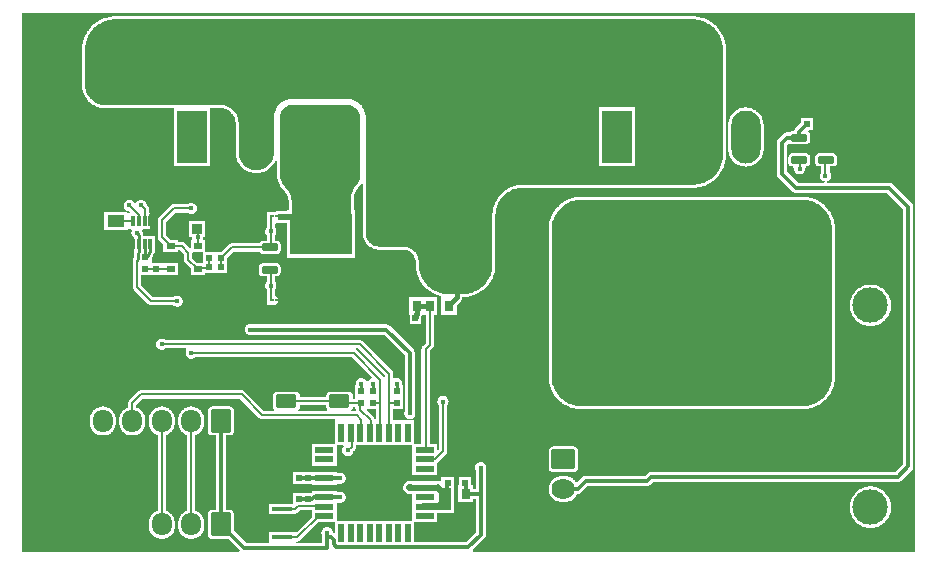
<source format=gtl>
%FSLAX23Y23*%
%MOIN*%
%SFA1B1*%

%IPPOS*%
%AMD16*
4,1,8,-0.023100,-0.011800,0.023100,-0.011800,0.026100,-0.008900,0.026100,0.008900,0.023100,0.011800,-0.023100,0.011800,-0.026100,0.008900,-0.026100,-0.008900,-0.023100,-0.011800,0.0*
1,1,0.005900,-0.023100,-0.008900*
1,1,0.005900,0.023100,-0.008900*
1,1,0.005900,0.023100,0.008900*
1,1,0.005900,-0.023100,0.008900*
%
%AMD19*
4,1,8,0.031200,0.021700,-0.031200,0.021700,-0.034400,0.018400,-0.034400,-0.018400,-0.031200,-0.021700,0.031200,-0.021700,0.034400,-0.018400,0.034400,0.018400,0.031200,0.021700,0.0*
1,1,0.006500,0.031200,0.018400*
1,1,0.006500,-0.031200,0.018400*
1,1,0.006500,-0.031200,-0.018400*
1,1,0.006500,0.031200,-0.018400*
%
%AMD27*
4,1,8,0.035400,-0.044300,0.035400,0.044300,0.030500,0.049200,-0.030500,0.049200,-0.035400,0.044300,-0.035400,-0.044300,-0.030500,-0.049200,0.030500,-0.049200,0.035400,-0.044300,0.0*
1,1,0.009920,0.030500,-0.044300*
1,1,0.009920,0.030500,0.044300*
1,1,0.009920,-0.030500,0.044300*
1,1,0.009920,-0.030500,-0.044300*
%
%AMD66*
4,1,8,0.038400,0.000000,0.038400,0.000000,0.004900,0.033500,-0.004900,0.033500,-0.038400,0.000000,-0.038400,0.000000,-0.004900,-0.033500,0.004900,-0.033500,0.038400,0.000000,0.0*
1,1,0.066940,0.004900,0.000000*
1,1,0.066940,0.004900,0.000000*
1,1,0.066940,-0.004900,0.000000*
1,1,0.066940,-0.004900,0.000000*
%
%AMD67*
4,1,8,0.038400,-0.028400,0.038400,0.028400,0.033400,0.033500,-0.033400,0.033500,-0.038400,0.028400,-0.038400,-0.028400,-0.033400,-0.033500,0.033400,-0.033500,0.038400,-0.028400,0.0*
1,1,0.010040,0.033400,-0.028400*
1,1,0.010040,0.033400,0.028400*
1,1,0.010040,-0.033400,0.028400*
1,1,0.010040,-0.033400,-0.028400*
%
%AMD68*
4,1,8,0.000000,-0.038400,0.000000,-0.038400,0.033500,-0.004900,0.033500,0.004900,0.000000,0.038400,0.000000,0.038400,-0.033500,0.004900,-0.033500,-0.004900,0.000000,-0.038400,0.0*
1,1,0.066940,0.000000,-0.004900*
1,1,0.066940,0.000000,-0.004900*
1,1,0.066940,0.000000,0.004900*
1,1,0.066940,0.000000,0.004900*
%
%AMD69*
4,1,8,-0.028400,-0.038400,0.028400,-0.038400,0.033500,-0.033400,0.033500,0.033400,0.028400,0.038400,-0.028400,0.038400,-0.033500,0.033400,-0.033500,-0.033400,-0.028400,-0.038400,0.0*
1,1,0.010040,-0.028400,-0.033400*
1,1,0.010040,0.028400,-0.033400*
1,1,0.010040,0.028400,0.033400*
1,1,0.010040,-0.028400,0.033400*
%
%AMD72*
4,1,8,0.000000,0.088600,0.000000,0.088600,-0.049200,0.039400,-0.049200,-0.039400,0.000000,-0.088600,0.000000,-0.088600,0.049200,-0.039400,0.049200,0.039400,0.000000,0.088600,0.0*
1,1,0.098420,0.000000,0.039400*
1,1,0.098420,0.000000,0.039400*
1,1,0.098420,0.000000,-0.039400*
1,1,0.098420,0.000000,-0.039400*
%
%AMD74*
4,1,8,0.101400,0.039400,-0.101400,0.039400,-0.121100,0.019700,-0.121100,-0.019700,-0.101400,-0.039400,0.101400,-0.039400,0.121100,-0.019700,0.121100,0.019700,0.101400,0.039400,0.0*
1,1,0.039360,0.101400,0.019700*
1,1,0.039360,-0.101400,0.019700*
1,1,0.039360,-0.101400,-0.019700*
1,1,0.039360,0.101400,-0.019700*
%
%ADD11C,0.007870*%
%ADD14R,0.011810X0.033470*%
%ADD15R,0.019680X0.020470*%
G04~CAMADD=16~8~0.0~0.0~521.7~236.2~29.5~0.0~15~0.0~0.0~0.0~0.0~0~0.0~0.0~0.0~0.0~0~0.0~0.0~0.0~180.0~522.0~236.0*
%ADD16D16*%
%ADD17R,0.209840X0.138190*%
%ADD18R,0.039370X0.019680*%
G04~CAMADD=19~8~0.0~0.0~689.0~433.1~32.5~0.0~15~0.0~0.0~0.0~0.0~0~0.0~0.0~0.0~0.0~0~0.0~0.0~0.0~0.0~689.0~433.1*
%ADD19D19*%
%ADD20R,0.068900X0.015750*%
%ADD21R,0.020470X0.019680*%
%ADD22R,0.062990X0.021650*%
%ADD23R,0.021650X0.062990*%
%ADD24R,0.022000X0.020000*%
%ADD25R,0.056000X0.040000*%
%ADD26R,0.031500X0.037400*%
G04~CAMADD=27~8~0.0~0.0~984.3~708.7~49.6~0.0~15~0.0~0.0~0.0~0.0~0~0.0~0.0~0.0~0.0~0~0.0~0.0~0.0~270.0~708.0~984.0*
%ADD27D27*%
%ADD28R,0.035000X0.032280*%
%ADD29R,0.027560X0.020080*%
%ADD30R,0.020000X0.022000*%
%ADD59R,0.008660X0.008660*%
%ADD60C,0.013780*%
%ADD61C,0.008660*%
%ADD62C,0.005910*%
%ADD63C,0.015000*%
%ADD64R,0.008700X0.008660*%
%ADD65C,0.204720*%
G04~CAMADD=66~8~0.0~0.0~669.3~767.7~334.7~0.0~15~0.0~0.0~0.0~0.0~0~0.0~0.0~0.0~0.0~0~0.0~0.0~0.0~270.0~768.0~670.0*
%ADD66D66*%
G04~CAMADD=67~8~0.0~0.0~669.3~767.7~50.2~0.0~15~0.0~0.0~0.0~0.0~0~0.0~0.0~0.0~0.0~0~0.0~0.0~0.0~270.0~768.0~670.0*
%ADD67D67*%
G04~CAMADD=68~8~0.0~0.0~669.3~767.7~334.7~0.0~15~0.0~0.0~0.0~0.0~0~0.0~0.0~0.0~0.0~0~0.0~0.0~0.0~180.0~670.0~767.0*
%ADD68D68*%
G04~CAMADD=69~8~0.0~0.0~669.3~767.7~50.2~0.0~15~0.0~0.0~0.0~0.0~0~0.0~0.0~0.0~0.0~0~0.0~0.0~0.0~180.0~670.0~768.0*
%ADD69D69*%
%ADD70C,0.102360*%
%ADD71C,0.157480*%
G04~CAMADD=72~8~0.0~0.0~984.3~1771.7~492.1~0.0~15~0.0~0.0~0.0~0.0~0~0.0~0.0~0.0~0.0~0~0.0~0.0~0.0~0.0~984.3~1771.7*
%ADD72D72*%
%ADD73R,0.098430X0.177170*%
G04~CAMADD=74~8~0.0~0.0~2421.3~787.4~196.8~0.0~15~0.0~0.0~0.0~0.0~0~0.0~0.0~0.0~0.0~0~0.0~0.0~0.0~0.0~2421.3~787.4*
%ADD74D74*%
%ADD75C,0.118110*%
%ADD76C,0.017720*%
%LNbenchyeloadpcb-1*%
%LPD*%
G36*
X1606Y417D02*
X1633D01*
Y342*
X1586*
Y343*
X1535*
Y365*
X1586*
Y366*
X1594Y374*
Y397*
X1586Y405*
Y406*
X1503*
Y405*
X1492*
X1484Y413*
Y421*
X1492Y429*
X1503*
Y427*
X1586*
Y429*
X1594*
X1606Y417*
G37*
G36*
X1246Y268D02*
X1246Y268D01*
X1242Y266*
X1242Y266*
X1240Y267*
X1239Y268*
Y268*
X1239Y270*
X1238Y272*
X1237Y274*
X1237Y276*
X1235Y278*
X1234Y280*
X1233Y281*
X1231Y283*
X1229Y284*
X1227Y285*
X1225Y285*
X1223Y286*
X1221Y286*
X1219*
X1217Y286*
X1215Y285*
X1213Y285*
X1211Y284*
X1209Y283*
X1207Y281*
X1206Y280*
X1205Y278*
X1203Y276*
X1203Y274*
X1202Y272*
X1201Y270*
X1201Y268*
Y266*
X1201Y264*
X1202Y262*
X1203Y260*
X1203Y259*
Y233*
X1119*
X1116Y234*
Y237*
X1121*
X1123Y238*
X1125Y238*
X1126Y238*
X1128Y239*
X1130Y240*
X1131Y242*
X1191Y302*
X1246*
Y268*
G37*
G36*
X3180Y204D02*
X1706D01*
X1705Y208*
X1744Y248*
X1745Y249*
X1746Y251*
X1747Y253*
X1748Y255*
X1749Y257*
X1749Y260*
Y397*
Y475*
X1749Y477*
X1750Y479*
X1750Y481*
X1751Y483*
Y485*
X1750Y487*
X1750Y489*
X1749Y491*
X1748Y493*
X1747Y495*
X1746Y496*
X1744Y498*
X1743Y499*
X1741Y500*
X1739Y501*
X1737Y502*
X1735Y502*
X1733Y503*
X1731*
X1729Y502*
X1727Y502*
X1725Y501*
X1723Y500*
X1721Y499*
X1719Y498*
X1718Y496*
X1716Y495*
X1715Y493*
X1714Y491*
X1714Y489*
X1713Y487*
X1713Y485*
Y483*
X1713Y481*
X1714Y479*
X1714Y477*
X1715Y475*
Y414*
X1707*
Y426*
X1701*
Y453*
X1660*
Y426*
X1656*
Y368*
X1707*
Y380*
X1715*
Y267*
X1684Y236*
X1509*
Y302*
X1586*
Y332*
X1633*
X1635Y332*
X1636Y332*
X1638Y333*
X1639Y334*
X1642*
Y337*
X1642Y337*
X1643Y339*
X1643Y340*
X1643Y342*
Y417*
X1643Y418*
X1643Y420*
X1642Y421*
Y426*
X1642*
Y453*
X1601*
Y440*
X1600Y439*
X1597Y438*
X1597Y438*
X1596Y439*
X1594Y439*
X1586*
X1585Y439*
X1583Y438*
X1582Y438*
X1508*
X1506Y438*
X1505Y439*
X1503Y439*
X1492*
X1490Y439*
X1489Y438*
X1487Y438*
X1486Y437*
X1485Y436*
X1477Y428*
X1476Y427*
X1475Y425*
X1474Y424*
X1474Y422*
X1474Y421*
Y413*
X1474Y411*
X1474Y410*
X1475Y408*
X1476Y407*
X1477Y406*
X1485Y398*
X1486Y397*
X1487Y396*
X1489Y395*
X1490Y395*
X1492Y395*
X1503*
Y365*
Y333*
Y307*
X1252*
Y333*
Y367*
X1256Y368*
X1256Y368*
X1258Y367*
X1260Y367*
X1262Y366*
X1264*
X1266Y367*
X1269Y367*
X1271Y368*
X1272Y369*
X1274Y370*
X1276Y371*
X1277Y373*
X1279Y374*
X1280Y376*
X1281Y378*
X1281Y380*
X1282Y382*
X1282Y384*
Y386*
X1282Y388*
X1281Y391*
X1281Y393*
X1280Y394*
X1279Y396*
X1277Y398*
X1276Y399*
X1274Y401*
X1272Y402*
X1271Y403*
X1269Y403*
X1266Y404*
X1264Y404*
X1262*
X1260Y404*
X1258Y403*
X1256Y403*
X1256Y403*
X1252Y404*
Y406*
X1169*
Y400*
X1168Y400*
X1166Y399*
X1166Y398*
X1105*
Y364*
X1027*
Y328*
X1116*
Y332*
X1117Y332*
X1119Y333*
X1121Y334*
X1122Y335*
X1123Y336*
X1128Y341*
X1169*
Y319*
X1118Y268*
X1116Y269*
X1027*
Y234*
X1023Y233*
X951*
X909Y275*
Y328*
X909Y330*
X909Y332*
X908Y334*
X907Y336*
X906Y337*
X905Y339*
X903Y340*
X902Y341*
X900Y342*
X898Y343*
X896Y343*
X894Y343*
X883*
Y591*
X894*
X896Y591*
X898Y591*
X900Y592*
X902Y593*
X903Y594*
X905Y595*
X906Y597*
X907Y598*
X908Y600*
X909Y602*
X909Y604*
X909Y606*
Y673*
X909Y675*
X909Y677*
X908Y678*
X907Y680*
X906Y682*
X905Y683*
X903Y685*
X902Y686*
X900Y687*
X898Y687*
X896Y688*
X894Y688*
X837*
X835Y688*
X833Y687*
X831Y687*
X830Y686*
X828Y685*
X827Y683*
X825Y682*
X824Y680*
X823Y678*
X823Y677*
X822Y675*
X822Y673*
Y606*
X822Y604*
X823Y602*
X823Y600*
X824Y598*
X825Y597*
X827Y595*
X828Y594*
X830Y593*
X831Y592*
X833Y591*
X835Y591*
X837Y591*
X849*
Y343*
X837*
X835Y343*
X833Y343*
X831Y342*
X830Y341*
X828Y340*
X827Y339*
X825Y337*
X824Y336*
X823Y334*
X823Y332*
X822Y330*
X822Y328*
Y261*
X822Y259*
X823Y258*
X823Y256*
X824Y254*
X825Y252*
X827Y251*
X828Y249*
X830Y248*
X831Y248*
X833Y247*
X835Y246*
X837Y246*
X890*
X928Y208*
X927Y204*
X204*
Y1999*
X3180*
Y204*
G37*
%LNbenchyeloadpcb-2*%
%LPC*%
G36*
X2439Y1988D02*
X513D01*
X510*
X510Y1988*
X510*
X504Y1988*
X504Y1988*
X503Y1988*
X498Y1987*
X498Y1987*
X497Y1987*
X492Y1986*
X491Y1986*
X491Y1986*
X486Y1984*
X485Y1984*
X485Y1984*
X480Y1983*
X479Y1983*
X479Y1983*
X474Y1981*
X474Y1981*
X473Y1981*
X468Y1978*
X468Y1978*
X468Y1978*
X463Y1976*
X462Y1976*
X462Y1976*
X457Y1973*
X457Y1973*
X457Y1973*
X452Y1970*
X452Y1969*
X452Y1969*
X447Y1966*
X447Y1966*
X446Y1966*
X442Y1962*
X442Y1962*
X442Y1962*
X437Y1958*
X437Y1958*
X437Y1958*
X433Y1954*
X433Y1953*
X433Y1953*
X429Y1949*
X429Y1949*
X429Y1949*
X425Y1944*
X425Y1944*
X425Y1944*
X422Y1939*
X421Y1939*
X421Y1939*
X418Y1934*
X418Y1934*
X418Y1934*
X415Y1929*
X415Y1928*
X415Y1928*
X413Y1923*
X412Y1923*
X412Y1923*
X410Y1917*
X410Y1917*
X410Y1917*
X408Y1912*
X408Y1911*
X408Y1911*
X406Y1906*
X406Y1905*
X406Y1905*
X405Y1900*
X405Y1899*
X405Y1899*
X404Y1894*
X404Y1893*
X404Y1893*
X403Y1887*
X403Y1887*
X403Y1887*
X403Y1881*
X403Y1881*
X403Y1881*
Y1878*
Y1763*
Y1763*
Y1762*
Y1762*
Y1762*
Y1762*
X403Y1761*
Y1761*
Y1761*
X403Y1760*
Y1760*
Y1760*
Y1760*
Y1758*
X403Y1758*
X403Y1757*
X403Y1753*
X403Y1752*
X403Y1752*
X404Y1748*
X404Y1747*
X404Y1747*
X405Y1743*
X405Y1742*
X405Y1742*
X406Y1738*
X406Y1738*
X406Y1737*
X408Y1733*
X408Y1733*
X408Y1732*
X410Y1728*
X410Y1728*
X410Y1728*
X412Y1724*
X412Y1723*
X412Y1723*
X414Y1719*
X415Y1719*
X415Y1719*
X417Y1715*
X417Y1715*
X418Y1715*
X420Y1711*
X421Y1711*
X421Y1711*
X424Y1707*
X424Y1707*
X424Y1707*
X427Y1704*
X427Y1703*
X428Y1703*
X431Y1700*
X431Y1700*
X432Y1700*
X435Y1697*
X435Y1697*
X436Y1697*
X439Y1694*
X440Y1694*
X440Y1694*
X444Y1692*
X444Y1692*
X444Y1691*
X448Y1689*
X448Y1689*
X449Y1689*
X453Y1687*
X453Y1687*
X453Y1687*
X458Y1686*
X458Y1686*
X458Y1686*
X463Y1684*
X463Y1684*
X463Y1684*
X468Y1683*
X468Y1683*
X468Y1683*
X473Y1683*
X473Y1683*
X473Y1683*
X478Y1682*
X478Y1682*
X478Y1682*
X481*
X710*
Y1488*
X828*
Y1682*
X866*
X867Y1682*
X870Y1682*
X874Y1682*
X877Y1681*
X880Y1680*
X883Y1679*
X886Y1678*
X889Y1677*
X892Y1675*
X894Y1673*
X897Y1671*
X899Y1669*
X901Y1667*
X904Y1664*
X905Y1662*
X907Y1659*
X909Y1656*
X910Y1654*
X912Y1651*
X913Y1648*
X913Y1644*
X914Y1641*
X914Y1638*
X915Y1635*
X915Y1633*
Y1604*
Y1533*
X915Y1533*
Y1532*
X915Y1528*
X915Y1528*
X915Y1528*
X916Y1524*
X916Y1524*
X916Y1523*
X916Y1520*
X916Y1519*
X917Y1519*
X918Y1515*
X918Y1515*
X918Y1515*
X919Y1511*
X919Y1511*
X919Y1510*
X921Y1507*
X921Y1506*
X921Y1506*
X923Y1503*
X923Y1502*
X923Y1502*
X925Y1499*
X925Y1498*
X925Y1498*
X927Y1495*
X928Y1495*
X928Y1494*
X930Y1491*
X930Y1491*
X931Y1491*
X933Y1488*
X933Y1488*
X934Y1487*
X936Y1485*
X937Y1485*
X937Y1484*
X940Y1482*
X940Y1482*
X940Y1481*
X943Y1479*
X944Y1479*
X944Y1479*
X947Y1476*
X947Y1476*
X948Y1476*
X951Y1474*
X951Y1474*
X951Y1474*
X955Y1472*
X955Y1472*
X956Y1472*
X959Y1470*
X959Y1470*
X960Y1470*
X963Y1469*
X964Y1469*
X964Y1469*
X968Y1468*
X968Y1468*
X968Y1468*
X972Y1467*
X973Y1467*
X973Y1467*
X977Y1466*
X977Y1466*
X977Y1466*
X981Y1466*
X981*
X982Y1466*
X986*
X986Y1466*
X986*
X990Y1466*
X991Y1466*
X991Y1466*
X995Y1467*
X995Y1467*
X995Y1467*
X999Y1468*
X999Y1468*
X1000Y1468*
X1004Y1469*
X1004Y1469*
X1004Y1469*
X1008Y1470*
X1008Y1470*
X1008Y1470*
X1012Y1472*
X1012Y1472*
X1013Y1472*
X1016Y1474*
X1016Y1474*
X1017Y1474*
X1020Y1476*
X1020Y1476*
X1021Y1476*
X1024Y1479*
X1024Y1479*
X1024Y1479*
X1027Y1481*
X1028Y1482*
X1028Y1482*
X1031Y1484*
X1031Y1485*
X1031Y1485*
X1034Y1487*
X1034Y1488*
X1034Y1488*
X1037Y1491*
X1037Y1491*
X1037Y1491*
X1040Y1494*
X1040Y1495*
X1040Y1495*
X1042Y1498*
X1042Y1498*
X1043Y1499*
X1045Y1502*
X1045Y1502*
X1045Y1503*
X1047Y1506*
X1047Y1506*
X1047Y1507*
X1048Y1510*
X1048Y1511*
X1049Y1511*
X1052Y1510*
Y1462*
X1052Y1462*
X1052Y1461*
X1053Y1457*
X1053Y1457*
X1053Y1456*
X1053Y1452*
X1053Y1452*
X1054Y1451*
X1054Y1447*
X1054Y1447*
X1055Y1446*
X1056Y1442*
X1056Y1442*
X1056Y1442*
X1057Y1437*
X1057Y1437*
X1058Y1437*
X1059Y1433*
X1059Y1432*
X1059Y1432*
X1061Y1428*
X1062Y1428*
X1062Y1428*
X1064Y1424*
X1064Y1424*
X1064Y1423*
X1067Y1420*
X1067Y1419*
X1067Y1419*
X1070Y1416*
X1070Y1415*
X1070Y1415*
X1073Y1412*
X1073Y1412*
X1074Y1411*
X1075Y1410*
X1076Y1408*
X1079Y1406*
X1081Y1403*
X1083Y1399*
X1085Y1396*
X1087Y1393*
X1088Y1389*
X1089Y1386*
X1090Y1382*
X1091Y1379*
X1092Y1375*
X1092Y1371*
X1092Y1369*
Y1341*
X1085*
Y1338*
X1048*
Y1338*
X1045Y1335*
X1037*
X1036Y1335*
X1018*
Y1306*
X1018*
Y1284*
X1018Y1284*
X1017Y1282*
X1016Y1280*
X1015Y1278*
X1014Y1276*
X1014Y1274*
X1013Y1272*
Y1270*
X1014Y1268*
X1014Y1266*
X1015Y1264*
X1016Y1262*
X1017Y1260*
X1018Y1259*
X1018Y1259*
Y1240*
X1005*
X1004Y1240*
X1002Y1239*
X1000Y1239*
X999Y1238*
X998Y1237*
X996Y1236*
X995Y1235*
X994Y1233*
X993Y1232*
X903*
X902Y1232*
X900Y1231*
X898Y1231*
X896Y1230*
X895Y1229*
X893Y1228*
X867Y1202*
X817*
X813Y1202*
Y1242*
X809*
X807Y1245*
X807Y1246*
X807Y1248*
X807Y1250*
Y1252*
X808Y1253*
X813*
Y1305*
X758*
Y1253*
X768*
X769Y1252*
Y1250*
X770Y1248*
X770Y1246*
X770Y1245*
X767Y1242*
X765*
Y1217*
X762Y1216*
X745Y1233*
X743Y1234*
X742Y1235*
X740Y1236*
X738Y1236*
X737Y1237*
X735Y1237*
X722*
Y1242*
X698*
X683Y1257*
Y1303*
X714Y1334*
X755*
X755Y1334*
X756Y1333*
X758Y1331*
X760Y1330*
X762Y1330*
X764Y1329*
X766Y1329*
X768*
X770Y1329*
X772Y1330*
X774Y1330*
X776Y1331*
X778Y1333*
X780Y1334*
X781Y1335*
X783Y1337*
X784Y1339*
X785Y1341*
X785Y1343*
X786Y1345*
X786Y1347*
Y1349*
X786Y1351*
X785Y1353*
X785Y1355*
X784Y1357*
X783Y1359*
X781Y1361*
X780Y1362*
X778Y1363*
X776Y1364*
X774Y1365*
X772Y1366*
X770Y1367*
X768Y1367*
X766*
X764Y1367*
X762Y1366*
X760Y1365*
X758Y1364*
X756Y1363*
X755Y1362*
X755Y1362*
X708*
X706Y1362*
X705Y1361*
X703Y1361*
X701Y1360*
X700Y1359*
X698Y1358*
X659Y1318*
X658Y1317*
X657Y1316*
X656Y1314*
X655Y1312*
X655Y1310*
X655Y1309*
Y1251*
X655Y1249*
X655Y1247*
X656Y1246*
X657Y1244*
X658Y1243*
X659Y1241*
X674Y1226*
Y1202*
X722*
Y1209*
X729*
X743Y1195*
Y1175*
X744Y1173*
X744Y1172*
X744Y1170*
X745Y1168*
X746Y1167*
X748Y1165*
X765Y1147*
Y1127*
X813*
Y1131*
X885*
Y1160*
X886*
Y1181*
X909Y1204*
X993*
X994Y1203*
X995Y1201*
X996Y1200*
X998Y1199*
X999Y1198*
X1000Y1197*
X1002Y1197*
X1004Y1196*
X1005Y1196*
X1052*
X1053Y1196*
X1055Y1197*
X1057Y1197*
X1058Y1198*
X1060Y1199*
X1061Y1200*
X1062Y1201*
X1063Y1203*
X1064Y1204*
X1064Y1206*
X1065Y1207*
X1065Y1209*
Y1227*
X1065Y1229*
X1064Y1230*
X1064Y1232*
X1063Y1233*
X1062Y1235*
X1061Y1236*
X1060Y1237*
X1058Y1238*
X1057Y1239*
X1055Y1239*
X1053Y1240*
X1052Y1240*
X1046*
Y1259*
X1046Y1259*
X1048Y1260*
X1049Y1262*
X1050Y1264*
X1050Y1266*
X1051Y1268*
X1051Y1270*
Y1272*
X1051Y1274*
X1050Y1276*
X1050Y1278*
X1049Y1280*
X1048Y1282*
X1046Y1284*
X1046Y1284*
Y1295*
X1048Y1299*
X1085*
Y1183*
X1314*
Y1341*
X1309*
Y1379*
X1309Y1381*
X1309Y1385*
X1310Y1388*
X1310Y1392*
X1311Y1396*
X1312Y1399*
X1314Y1403*
X1316Y1406*
X1317Y1409*
X1319Y1412*
X1322Y1415*
X1324Y1418*
X1326Y1420*
X1326Y1420*
X1326Y1421*
X1327Y1421*
X1328Y1422*
X1328Y1423*
X1329Y1423*
X1330Y1425*
X1330Y1425*
X1330Y1425*
X1332Y1427*
X1332Y1427*
X1332Y1428*
X1332Y1428*
X1336Y1430*
X1337Y1429*
X1338Y1429*
Y1376*
Y1269*
Y1267*
X1338Y1267*
Y1266*
X1338Y1263*
X1338Y1262*
X1338Y1262*
X1339Y1258*
X1339Y1258*
X1339Y1257*
X1340Y1253*
X1340Y1253*
X1340Y1253*
X1341Y1249*
X1342Y1249*
X1342Y1248*
X1343Y1245*
X1343Y1244*
X1343Y1244*
X1345Y1241*
X1345Y1240*
X1346Y1240*
X1348Y1237*
X1348Y1236*
X1348Y1236*
X1350Y1233*
X1351Y1233*
X1351Y1232*
X1353Y1229*
X1354Y1229*
X1354Y1229*
X1357Y1226*
X1357Y1226*
X1357Y1225*
X1360Y1223*
X1360Y1223*
X1361Y1222*
X1364Y1220*
X1364Y1220*
X1365Y1220*
X1368Y1218*
X1368Y1217*
X1369Y1217*
X1372Y1216*
X1372Y1215*
X1373Y1215*
X1376Y1214*
X1377Y1214*
X1377Y1213*
X1381Y1212*
X1381Y1212*
X1381Y1212*
X1385Y1211*
X1386Y1211*
X1386Y1211*
X1390Y1210*
X1390Y1210*
X1391Y1210*
X1394Y1210*
X1395*
X1395Y1210*
X1397*
X1476*
X1477Y1210*
X1480Y1210*
X1484Y1209*
X1487Y1208*
X1489Y1208*
X1492Y1206*
X1495Y1205*
X1498Y1203*
X1500Y1202*
X1502Y1200*
X1505Y1197*
X1507Y1195*
X1508Y1193*
X1510Y1190*
X1511Y1187*
X1513Y1184*
X1514Y1181*
X1514Y1178*
X1515Y1175*
X1515Y1172*
X1515Y1171*
Y1160*
X1515Y1159*
Y1159*
X1515Y1154*
X1515Y1153*
X1515Y1153*
X1516Y1147*
X1516Y1147*
X1516Y1147*
X1517Y1141*
X1517Y1141*
X1517Y1141*
X1518Y1135*
X1519Y1135*
X1519Y1135*
X1520Y1129*
X1520Y1129*
X1520Y1129*
X1522Y1124*
X1522Y1123*
X1522Y1123*
X1525Y1118*
X1525Y1118*
X1525Y1117*
X1527Y1112*
X1527Y1112*
X1527Y1112*
X1530Y1107*
X1530Y1107*
X1530Y1106*
X1533Y1102*
X1534Y1101*
X1534Y1101*
X1537Y1097*
X1537Y1096*
X1537Y1096*
X1541Y1092*
X1541Y1091*
X1541Y1091*
X1545Y1087*
X1545Y1087*
X1545Y1087*
X1549Y1083*
X1549Y1083*
X1550Y1082*
X1554Y1079*
X1554Y1078*
X1554Y1078*
X1559Y1075*
X1559Y1075*
X1559Y1074*
X1564Y1071*
X1564Y1071*
X1564Y1071*
X1569Y1068*
X1569Y1068*
X1569Y1068*
X1574Y1065*
X1575Y1065*
X1575Y1065*
X1580Y1062*
X1580Y1062*
X1580Y1062*
X1586Y1060*
X1586Y1060*
X1586Y1060*
X1591Y1058*
X1592Y1058*
X1592Y1058*
X1597Y1056*
X1598Y1056*
X1598Y1056*
X1600Y1055*
X1601Y1052*
Y994*
X1652*
Y1027*
X1665Y1040*
X1667Y1042*
X1668Y1044*
X1669Y1046*
X1670Y1048*
X1670Y1050*
X1671Y1052*
X1674*
X1674Y1052*
X1675*
X1680Y1053*
X1680Y1053*
X1681Y1053*
X1686Y1053*
X1687Y1054*
X1687Y1054*
X1692Y1054*
X1693Y1055*
X1693Y1055*
X1698Y1056*
X1699Y1056*
X1699Y1056*
X1704Y1058*
X1705Y1058*
X1705Y1058*
X1710Y1060*
X1710Y1060*
X1711Y1060*
X1716Y1062*
X1716Y1062*
X1716Y1062*
X1721Y1065*
X1722Y1065*
X1722Y1065*
X1727Y1068*
X1727Y1068*
X1727Y1068*
X1732Y1071*
X1732Y1071*
X1733Y1071*
X1737Y1074*
X1737Y1075*
X1738Y1075*
X1742Y1078*
X1742Y1078*
X1742Y1079*
X1747Y1082*
X1747Y1083*
X1747Y1083*
X1751Y1087*
X1751Y1087*
X1751Y1087*
X1755Y1091*
X1755Y1091*
X1755Y1092*
X1759Y1096*
X1759Y1096*
X1759Y1097*
X1763Y1101*
X1763Y1101*
X1763Y1102*
X1766Y1106*
X1766Y1107*
X1766Y1107*
X1769Y1112*
X1769Y1112*
X1769Y1112*
X1772Y1117*
X1772Y1118*
X1772Y1118*
X1774Y1123*
X1774Y1123*
X1774Y1124*
X1776Y1129*
X1776Y1129*
X1776Y1129*
X1778Y1135*
X1778Y1135*
X1778Y1135*
X1779Y1141*
X1779Y1141*
X1779Y1141*
X1780Y1147*
X1780Y1147*
X1780Y1147*
X1781Y1153*
X1781Y1153*
X1781Y1154*
X1781Y1159*
X1781Y1159*
X1781Y1160*
Y1162*
Y1327*
X1781Y1329*
X1782Y1334*
X1782Y1339*
X1783Y1344*
X1784Y1349*
X1785Y1354*
X1787Y1359*
X1789Y1363*
X1791Y1368*
X1794Y1372*
X1796Y1377*
X1799Y1381*
X1802Y1385*
X1806Y1388*
X1809Y1392*
X1813Y1395*
X1817Y1399*
X1821Y1401*
X1825Y1404*
X1830Y1407*
X1834Y1409*
X1839Y1411*
X1844Y1412*
X1849Y1414*
X1854Y1415*
X1859Y1416*
X1864Y1416*
X1869Y1417*
X1871Y1417*
X2439Y1417*
X2442*
X2442Y1417*
X2442Y1417*
X2448Y1417*
X2448Y1417*
X2448Y1417*
X2454Y1418*
X2454Y1418*
X2455Y1418*
X2460Y1419*
X2460Y1419*
X2461Y1419*
X2466Y1420*
X2466Y1420*
X2467Y1420*
X2472Y1422*
X2472Y1422*
X2473Y1422*
X2478Y1424*
X2478Y1424*
X2478Y1424*
X2484Y1426*
X2484Y1426*
X2484Y1426*
X2489Y1429*
X2489Y1429*
X2490Y1429*
X2495Y1432*
X2495Y1432*
X2495Y1432*
X2500Y1435*
X2500Y1435*
X2500Y1435*
X2505Y1439*
X2505Y1439*
X2505Y1439*
X2510Y1442*
X2510Y1443*
X2510Y1443*
X2514Y1446*
X2514Y1447*
X2515Y1447*
X2519Y1451*
X2519Y1451*
X2519Y1451*
X2523Y1455*
X2523Y1456*
X2523Y1456*
X2527Y1460*
X2527Y1460*
X2527Y1461*
X2530Y1465*
X2530Y1466*
X2531Y1466*
X2534Y1471*
X2534Y1471*
X2534Y1471*
X2537Y1476*
X2537Y1476*
X2537Y1476*
X2539Y1481*
X2539Y1482*
X2539Y1482*
X2542Y1487*
X2542Y1487*
X2542Y1488*
X2544Y1493*
X2544Y1493*
X2544Y1494*
X2545Y1499*
X2545Y1499*
X2546Y1499*
X2547Y1505*
X2547Y1505*
X2547Y1505*
X2548Y1511*
X2548Y1511*
X2548Y1512*
X2549Y1517*
X2549Y1517*
X2549Y1518*
X2549Y1523*
X2549Y1524*
X2549Y1524*
Y1527*
Y1527*
Y1878*
Y1881*
X2549Y1881*
X2549Y1881*
X2549Y1887*
X2549Y1887*
X2549Y1887*
X2548Y1893*
X2548Y1893*
X2548Y1894*
X2547Y1899*
X2547Y1899*
X2547Y1900*
X2546Y1905*
X2545Y1905*
X2545Y1906*
X2544Y1911*
X2544Y1911*
X2544Y1912*
X2542Y1917*
X2542Y1917*
X2542Y1917*
X2539Y1923*
X2539Y1923*
X2539Y1923*
X2537Y1928*
X2537Y1928*
X2537Y1929*
X2534Y1934*
X2534Y1934*
X2534Y1934*
X2531Y1939*
X2530Y1939*
X2530Y1939*
X2527Y1944*
X2527Y1944*
X2527Y1944*
X2523Y1949*
X2523Y1949*
X2523Y1949*
X2519Y1953*
X2519Y1953*
X2519Y1954*
X2515Y1958*
X2514Y1958*
X2514Y1958*
X2510Y1962*
X2510Y1962*
X2510Y1962*
X2505Y1966*
X2505Y1966*
X2505Y1966*
X2500Y1969*
X2500Y1969*
X2500Y1970*
X2495Y1973*
X2495Y1973*
X2495Y1973*
X2490Y1976*
X2489Y1976*
X2489Y1976*
X2484Y1978*
X2484Y1978*
X2484Y1978*
X2478Y1981*
X2478Y1981*
X2478Y1981*
X2473Y1983*
X2472Y1983*
X2472Y1983*
X2467Y1984*
X2466Y1984*
X2466Y1984*
X2461Y1986*
X2460Y1986*
X2460Y1986*
X2455Y1987*
X2454Y1987*
X2454Y1987*
X2448Y1988*
X2448Y1988*
X2448Y1988*
X2442Y1988*
X2442*
X2442Y1988*
X2439*
G37*
G36*
X2839Y1650D02*
X2799D01*
Y1633*
X2781Y1615*
X2780Y1613*
X2779Y1612*
X2778Y1610*
X2777Y1608*
X2777Y1606*
X2770*
X2768Y1606*
X2767Y1606*
X2765Y1605*
X2764Y1604*
X2762Y1603*
X2761Y1602*
X2760Y1601*
X2753*
X2751Y1601*
X2749Y1600*
X2747Y1600*
X2745Y1599*
X2743Y1598*
X2741Y1596*
X2724Y1578*
X2722Y1577*
X2721Y1575*
X2720Y1573*
X2719Y1571*
X2719Y1569*
X2719Y1566*
Y1464*
X2719Y1462*
X2719Y1460*
X2720Y1458*
X2721Y1456*
X2722Y1454*
X2724Y1452*
X2771Y1405*
X2773Y1403*
X2775Y1402*
X2776Y1401*
X2779Y1400*
X2781Y1400*
X2783Y1400*
X3087*
X3140Y1347*
Y495*
X3115Y469*
X2299*
X2297Y469*
X2294Y469*
X2292Y468*
X2290Y467*
X2288Y466*
X2287Y464*
X2280Y457*
X2082*
X2080Y457*
X2078Y457*
X2076Y456*
X2074Y455*
X2072Y454*
X2070Y452*
X2053Y435*
X2049Y437*
X2047Y438*
X2045Y441*
X2043Y444*
X2041Y446*
X2038Y448*
X2035Y450*
X2032Y452*
X2029Y453*
X2026Y454*
X2022Y455*
X2019Y456*
X2016Y456*
X2012Y456*
X2002*
X1999Y456*
X1996Y456*
X1992Y455*
X1989Y454*
X1986Y453*
X1983Y452*
X1980Y450*
X1977Y448*
X1974Y446*
X1972Y444*
X1969Y441*
X1967Y438*
X1965Y436*
X1964Y433*
X1962Y430*
X1961Y426*
X1960Y423*
X1959Y420*
X1959Y416*
X1959Y413*
X1959Y409*
X1959Y406*
X1960Y403*
X1961Y399*
X1962Y396*
X1964Y393*
X1965Y390*
X1967Y387*
X1969Y385*
X1972Y382*
X1974Y380*
X1977Y378*
X1980Y376*
X1983Y374*
X1986Y373*
X1989Y372*
X1992Y371*
X1996Y370*
X1999Y370*
X2002Y369*
X2012*
X2016Y370*
X2019Y370*
X2022Y371*
X2026Y372*
X2029Y373*
X2032Y374*
X2035Y376*
X2038Y378*
X2041Y380*
X2043Y382*
X2045Y385*
X2047Y387*
X2049Y390*
X2051Y393*
X2052Y396*
X2055*
X2057Y396*
X2059Y397*
X2061Y397*
X2063Y398*
X2065Y399*
X2067Y401*
X2089Y424*
X2287*
X2289Y424*
X2291Y424*
X2293Y425*
X2295Y426*
X2297Y427*
X2299Y428*
X2306Y435*
X3122*
X3124Y435*
X3126Y436*
X3128Y437*
X3130Y438*
X3132Y439*
X3134Y440*
X3169Y476*
X3170Y477*
X3172Y479*
X3173Y481*
X3173Y483*
X3174Y485*
X3174Y488*
Y1354*
X3174Y1356*
X3173Y1358*
X3173Y1360*
X3172Y1362*
X3170Y1364*
X3169Y1366*
X3106Y1429*
X3104Y1430*
X3102Y1431*
X3100Y1432*
X3098Y1433*
X3096Y1434*
X3094Y1434*
X2886*
X2885Y1438*
X2887Y1438*
X2889Y1439*
X2891Y1440*
X2892Y1441*
X2894Y1442*
X2895Y1444*
X2897Y1445*
X2898Y1447*
X2899Y1449*
X2900Y1451*
X2900Y1453*
X2900Y1455*
Y1457*
X2900Y1459*
X2900Y1461*
X2899Y1463*
X2898Y1465*
X2897Y1467*
X2895Y1469*
X2895Y1469*
Y1488*
X2906*
X2908Y1488*
X2909Y1488*
X2911Y1488*
X2912Y1489*
X2914Y1490*
X2915Y1491*
X2916Y1493*
X2917Y1494*
X2918Y1496*
X2919Y1497*
X2919Y1499*
X2919Y1500*
Y1518*
X2919Y1520*
X2919Y1522*
X2918Y1523*
X2917Y1525*
X2916Y1526*
X2915Y1527*
X2914Y1529*
X2912Y1529*
X2911Y1530*
X2909Y1531*
X2908Y1531*
X2906Y1531*
X2860*
X2858Y1531*
X2856Y1531*
X2855Y1530*
X2853Y1529*
X2852Y1529*
X2851Y1527*
X2849Y1526*
X2849Y1525*
X2848Y1523*
X2847Y1522*
X2847Y1520*
X2847Y1518*
Y1500*
X2847Y1499*
X2847Y1497*
X2848Y1496*
X2849Y1494*
X2849Y1493*
X2851Y1491*
X2852Y1490*
X2853Y1489*
X2855Y1488*
X2856Y1488*
X2858Y1488*
X2860Y1488*
X2867*
Y1469*
X2867Y1469*
X2866Y1467*
X2865Y1465*
X2864Y1463*
X2863Y1461*
X2863Y1459*
X2863Y1457*
Y1455*
X2863Y1453*
X2863Y1451*
X2864Y1449*
X2865Y1447*
X2866Y1445*
X2867Y1444*
X2869Y1442*
X2870Y1441*
X2872Y1440*
X2874Y1439*
X2876Y1438*
X2878Y1438*
X2877Y1434*
X2790*
X2753Y1471*
Y1559*
X2759Y1566*
X2761Y1566*
X2762Y1565*
X2764Y1564*
X2765Y1563*
X2767Y1563*
X2768Y1562*
X2770Y1562*
X2816*
X2818Y1562*
X2820Y1563*
X2821Y1563*
X2823Y1564*
X2824Y1565*
X2826Y1566*
X2827Y1567*
X2828Y1569*
X2828Y1570*
X2829Y1572*
X2829Y1574*
X2829Y1575*
Y1593*
X2829Y1595*
X2829Y1596*
X2828Y1598*
X2828Y1600*
X2827Y1601*
X2826Y1602*
X2824Y1603*
X2824Y1603*
X2824Y1607*
X2826Y1609*
X2839*
Y1650*
G37*
G36*
X2616Y1685D02*
X2611Y1685D01*
X2607Y1684*
X2603Y1683*
X2599Y1682*
X2595Y1681*
X2591Y1679*
X2587Y1677*
X2584Y1675*
X2580Y1673*
X2577Y1670*
X2574Y1667*
X2571Y1664*
X2568Y1661*
X2566Y1658*
X2564Y1654*
X2562Y1650*
X2560Y1646*
X2559Y1642*
X2558Y1638*
X2557Y1634*
X2557Y1630*
X2556Y1625*
Y1547*
X2557Y1543*
X2557Y1538*
X2558Y1534*
X2559Y1530*
X2560Y1526*
X2562Y1522*
X2564Y1518*
X2566Y1515*
X2568Y1511*
X2571Y1508*
X2574Y1505*
X2577Y1502*
X2580Y1499*
X2584Y1497*
X2587Y1495*
X2591Y1493*
X2595Y1491*
X2599Y1490*
X2603Y1489*
X2607Y1488*
X2611Y1488*
X2616Y1487*
X2620Y1488*
X2624Y1488*
X2628Y1489*
X2632Y1490*
X2636Y1491*
X2640Y1493*
X2644Y1495*
X2648Y1497*
X2651Y1499*
X2654Y1502*
X2658Y1505*
X2660Y1508*
X2663Y1511*
X2665Y1515*
X2668Y1518*
X2670Y1522*
X2671Y1526*
X2672Y1530*
X2674Y1534*
X2674Y1538*
X2675Y1543*
X2675Y1547*
Y1625*
X2675Y1630*
X2674Y1634*
X2674Y1638*
X2672Y1642*
X2671Y1646*
X2670Y1650*
X2668Y1654*
X2665Y1658*
X2663Y1661*
X2660Y1664*
X2658Y1667*
X2654Y1670*
X2651Y1673*
X2648Y1675*
X2644Y1677*
X2640Y1679*
X2636Y1681*
X2632Y1682*
X2628Y1683*
X2624Y1684*
X2620Y1685*
X2616Y1685*
G37*
G36*
X2816Y1531D02*
X2770D01*
X2768Y1531*
X2767Y1531*
X2765Y1530*
X2764Y1529*
X2762Y1529*
X2761Y1527*
X2760Y1526*
X2759Y1525*
X2758Y1523*
X2758Y1522*
X2757Y1520*
X2757Y1518*
Y1500*
X2757Y1499*
X2758Y1497*
X2758Y1496*
X2759Y1494*
X2760Y1493*
X2761Y1491*
X2762Y1490*
X2764Y1489*
X2765Y1488*
X2767Y1488*
X2768Y1488*
X2770Y1488*
X2773*
X2774Y1487*
X2776Y1484*
X2776Y1483*
X2776Y1481*
Y1479*
X2776Y1477*
X2777Y1475*
X2777Y1473*
X2778Y1471*
X2779Y1469*
X2781Y1467*
X2782Y1466*
X2784Y1464*
X2786Y1463*
X2788Y1462*
X2790Y1462*
X2792Y1461*
X2794Y1461*
X2796*
X2798Y1461*
X2800Y1462*
X2802Y1462*
X2804Y1463*
X2806Y1464*
X2807Y1466*
X2809Y1467*
X2810Y1469*
X2811Y1471*
X2812Y1473*
X2813Y1475*
X2813Y1477*
X2814Y1479*
Y1481*
X2813Y1483*
X2813Y1484*
X2815Y1487*
X2816Y1488*
X2816*
X2818Y1488*
X2820Y1488*
X2821Y1488*
X2823Y1489*
X2824Y1490*
X2826Y1491*
X2827Y1493*
X2828Y1494*
X2828Y1496*
X2829Y1497*
X2829Y1499*
X2829Y1500*
Y1518*
X2829Y1520*
X2829Y1522*
X2828Y1523*
X2828Y1525*
X2827Y1526*
X2826Y1527*
X2824Y1529*
X2823Y1529*
X2821Y1530*
X2820Y1531*
X2818Y1531*
X2816Y1531*
G37*
G36*
X2806Y1387D02*
X2065D01*
X2065Y1387*
X2065Y1387*
X2059Y1387*
X2059Y1387*
X2058*
X2053Y1386*
X2053Y1386*
X2052Y1386*
X2047Y1385*
X2047Y1385*
X2046Y1385*
X2041Y1384*
X2041Y1384*
X2040Y1384*
X2035Y1382*
X2035Y1382*
X2034Y1382*
X2029Y1380*
X2029Y1380*
X2028Y1380*
X2023Y1378*
X2023Y1378*
X2023Y1378*
X2018Y1375*
X2017Y1375*
X2017Y1375*
X2012Y1372*
X2012Y1372*
X2012Y1372*
X2007Y1369*
X2007Y1369*
X2007Y1369*
X2002Y1366*
X2002Y1365*
X2002Y1365*
X1997Y1362*
X1997Y1362*
X1997Y1361*
X1993Y1358*
X1992Y1357*
X1992Y1357*
X1988Y1353*
X1988Y1353*
X1988Y1353*
X1984Y1349*
X1984Y1348*
X1984Y1348*
X1980Y1344*
X1980Y1344*
X1980Y1343*
X1977Y1339*
X1977Y1339*
X1976Y1338*
X1973Y1334*
X1973Y1333*
X1973Y1333*
X1970Y1328*
X1970Y1328*
X1970Y1328*
X1968Y1323*
X1968Y1322*
X1967Y1322*
X1965Y1317*
X1965Y1317*
X1965Y1316*
X1963Y1311*
X1963Y1311*
X1963Y1311*
X1962Y1305*
X1961Y1305*
X1961Y1305*
X1960Y1299*
X1960Y1299*
X1960Y1299*
X1959Y1293*
X1959Y1293*
X1959Y1293*
X1958Y1287*
X1958Y1287*
X1958Y1286*
X1958Y1281*
X1958Y1281*
X1958Y1280*
Y1277*
Y788*
Y786*
X1958Y785*
X1958Y785*
X1958Y780*
X1958Y779*
X1958Y779*
X1959Y773*
X1959Y773*
X1959Y773*
X1960Y767*
X1960Y767*
X1960Y767*
X1961Y761*
X1961Y761*
X1962Y761*
X1963Y755*
X1963Y755*
X1963Y755*
X1965Y749*
X1965Y749*
X1965Y749*
X1967Y744*
X1968Y744*
X1968Y743*
X1970Y738*
X1970Y738*
X1970Y738*
X1973Y733*
X1973Y733*
X1973Y732*
X1976Y728*
X1977Y727*
X1977Y727*
X1980Y723*
X1980Y722*
X1980Y722*
X1984Y718*
X1984Y717*
X1984Y717*
X1988Y713*
X1988Y713*
X1988Y713*
X1992Y709*
X1992Y709*
X1993Y708*
X1997Y705*
X1997Y704*
X1997Y704*
X2002Y701*
X2002Y701*
X2002Y700*
X2007Y697*
X2007Y697*
X2007Y697*
X2012Y694*
X2012Y694*
X2012Y694*
X2017Y691*
X2017Y691*
X2018Y691*
X2023Y688*
X2023Y688*
X2023Y688*
X2028Y686*
X2029Y686*
X2029Y686*
X2034Y684*
X2035Y684*
X2035Y684*
X2040Y682*
X2041Y682*
X2041Y682*
X2046Y681*
X2047Y681*
X2047Y680*
X2052Y680*
X2053Y680*
X2053Y679*
X2058Y679*
X2059Y679*
X2059Y679*
X2065Y678*
X2065Y678*
X2065Y678*
X2806*
X2806Y678*
X2806Y678*
X2812Y679*
X2812Y679*
X2813Y679*
X2818Y679*
X2818Y680*
X2819Y680*
X2824Y680*
X2825Y681*
X2825Y681*
X2830Y682*
X2831Y682*
X2831Y682*
X2836Y684*
X2836Y684*
X2837Y684*
X2842Y686*
X2842Y686*
X2843Y686*
X2848Y688*
X2848Y688*
X2848Y688*
X2853Y691*
X2854Y691*
X2854Y691*
X2859Y694*
X2859Y694*
X2859Y694*
X2864Y697*
X2864Y697*
X2864Y697*
X2869Y700*
X2869Y701*
X2869Y701*
X2874Y704*
X2874Y704*
X2874Y705*
X2878Y708*
X2879Y709*
X2879Y709*
X2883Y713*
X2883Y713*
X2883Y713*
X2887Y717*
X2887Y717*
X2887Y718*
X2891Y722*
X2891Y722*
X2891Y723*
X2894Y727*
X2895Y727*
X2895Y728*
X2898Y732*
X2898Y733*
X2898Y733*
X2901Y738*
X2901Y738*
X2901Y738*
X2903Y743*
X2904Y744*
X2904Y744*
X2906Y749*
X2906Y749*
X2906Y749*
X2908Y755*
X2908Y755*
X2908Y755*
X2910Y761*
X2910Y761*
X2910Y761*
X2911Y767*
X2911Y767*
X2911Y767*
X2912Y773*
X2912Y773*
X2912Y773*
X2913Y779*
X2913Y779*
X2913Y780*
X2913Y785*
X2913Y785*
X2913Y786*
Y788*
Y1277*
Y1280*
X2913Y1281*
X2913Y1281*
X2913Y1286*
X2913Y1287*
X2913Y1287*
X2912Y1293*
X2912Y1293*
X2912Y1293*
X2911Y1299*
X2911Y1299*
X2911Y1299*
X2910Y1305*
X2910Y1305*
X2910Y1305*
X2908Y1311*
X2908Y1311*
X2908Y1311*
X2906Y1316*
X2906Y1317*
X2906Y1317*
X2904Y1322*
X2904Y1322*
X2903Y1323*
X2901Y1328*
X2901Y1328*
X2901Y1328*
X2898Y1333*
X2898Y1333*
X2898Y1334*
X2895Y1338*
X2895Y1339*
X2894Y1339*
X2891Y1343*
X2891Y1344*
X2891Y1344*
X2887Y1348*
X2887Y1348*
X2887Y1349*
X2883Y1353*
X2883Y1353*
X2883Y1353*
X2879Y1357*
X2879Y1357*
X2878Y1358*
X2874Y1361*
X2874Y1362*
X2874Y1362*
X2869Y1365*
X2869Y1365*
X2869Y1366*
X2864Y1369*
X2864Y1369*
X2864Y1369*
X2859Y1372*
X2859Y1372*
X2859Y1372*
X2854Y1375*
X2854Y1375*
X2853Y1375*
X2848Y1378*
X2848Y1378*
X2848Y1378*
X2843Y1380*
X2842Y1380*
X2842Y1380*
X2837Y1382*
X2836Y1382*
X2836Y1382*
X2831Y1384*
X2831Y1384*
X2830Y1384*
X2825Y1385*
X2825Y1385*
X2824Y1385*
X2819Y1386*
X2818Y1386*
X2818Y1386*
X2813Y1387*
X2812*
X2812Y1387*
X2806Y1387*
X2806Y1387*
X2806Y1387*
G37*
G36*
X601Y1377D02*
X599D01*
X597Y1376*
X595Y1376*
X593Y1375*
X591Y1374*
X589Y1373*
X587Y1372*
X586Y1370*
X584Y1369*
X583Y1367*
X582Y1365*
X582Y1365*
X578*
X578Y1365*
X577Y1367*
X576Y1369*
X575Y1370*
X573Y1372*
X571Y1373*
X570Y1374*
X568Y1375*
X566Y1376*
X564Y1376*
X562Y1377*
X559*
X557Y1376*
X555Y1376*
X553Y1375*
X551Y1374*
X550Y1373*
X548Y1372*
X546Y1370*
X545Y1369*
X544Y1367*
X543Y1365*
X542Y1363*
X542Y1361*
X542Y1359*
Y1357*
X542Y1355*
X542Y1353*
X543Y1351*
X544Y1349*
X545Y1347*
X546Y1345*
X548Y1344*
X550Y1342*
X551Y1341*
X553Y1340*
X555Y1340*
X557Y1339*
X559Y1339*
X560*
X564Y1335*
X562Y1331*
X556*
X553Y1333*
Y1335*
X477*
Y1275*
X553*
Y1276*
X556Y1278*
X566*
X568Y1275*
X568Y1274*
X568Y1272*
X567Y1270*
X567Y1268*
Y1266*
X567Y1264*
X568Y1262*
X569Y1260*
X570Y1258*
X571Y1256*
X572Y1255*
X574Y1253*
X575Y1252*
X576Y1251*
Y1204*
X576Y1203*
X575Y1201*
X575Y1199*
Y1186*
X575Y1185*
X574Y1184*
X573Y1182*
X572Y1180*
X572Y1179*
X572Y1177*
X572Y1175*
X572Y1173*
Y1086*
X572Y1084*
X573Y1083*
X573Y1081*
X574Y1079*
X575Y1078*
X576Y1076*
X623Y1029*
X625Y1028*
X626Y1027*
X628Y1026*
X630Y1025*
X632Y1025*
X633Y1025*
X707*
X707Y1025*
X709Y1023*
X711Y1022*
X713Y1021*
X715Y1021*
X717Y1020*
X719Y1020*
X721*
X723Y1020*
X725Y1021*
X727Y1021*
X729Y1022*
X731Y1023*
X733Y1025*
X734Y1026*
X735Y1028*
X737Y1030*
X737Y1032*
X738Y1034*
X739Y1036*
X739Y1038*
Y1040*
X739Y1042*
X738Y1044*
X737Y1046*
X737Y1048*
X735Y1050*
X734Y1051*
X733Y1053*
X731Y1054*
X729Y1055*
X727Y1056*
X725Y1057*
X723Y1057*
X721Y1058*
X719*
X717Y1057*
X715Y1057*
X713Y1056*
X711Y1055*
X709Y1054*
X707Y1053*
X707Y1053*
X639*
X600Y1092*
Y1125*
X635*
X670*
Y1133*
X674*
Y1127*
X722*
Y1167*
X674*
Y1161*
X670*
Y1165*
X635*
Y1185*
X636Y1186*
X637Y1187*
X638Y1189*
X639Y1191*
X640Y1192*
X640Y1194*
X642Y1195*
X643Y1197*
X644Y1198*
X645Y1200*
X645Y1202*
X646Y1203*
X647*
Y1257*
X606*
Y1259*
X606Y1260*
X606Y1261*
X606Y1263*
X605Y1264*
X605Y1265*
X605Y1266*
Y1268*
X605Y1270*
X604Y1272*
X604Y1274*
X604Y1275*
X606Y1278*
X628*
Y1331*
X626*
Y1346*
X626Y1348*
X625Y1350*
X625Y1351*
X624Y1353*
X623Y1354*
X622Y1356*
X619Y1359*
Y1359*
X619Y1361*
X618Y1363*
X617Y1365*
X616Y1367*
X615Y1369*
X614Y1370*
X612Y1372*
X611Y1373*
X609Y1374*
X607Y1375*
X605Y1376*
X603Y1376*
X601Y1377*
G37*
G36*
X1052Y1165D02*
X1005D01*
X1004Y1165*
X1002Y1165*
X1000Y1164*
X999Y1163*
X998Y1162*
X996Y1161*
X995Y1160*
X994Y1159*
X993Y1157*
X993Y1155*
X993Y1154*
X992Y1152*
Y1134*
X993Y1133*
X993Y1131*
X993Y1129*
X994Y1128*
X995Y1126*
X996Y1125*
X998Y1124*
X999Y1123*
X1000Y1122*
X1002Y1122*
X1004Y1121*
X1005Y1121*
X1018*
Y1103*
X1018Y1103*
X1017Y1101*
X1016Y1099*
X1015Y1097*
X1014Y1095*
X1014Y1093*
X1013Y1091*
Y1089*
X1014Y1087*
X1014Y1085*
X1015Y1083*
X1016Y1081*
X1017Y1079*
X1018Y1078*
X1018Y1077*
Y1055*
X1018*
Y1026*
X1036*
X1037Y1026*
X1045*
X1046Y1026*
X1047*
Y1027*
X1047Y1027*
X1048Y1027*
X1050Y1027*
X1051Y1028*
X1052Y1029*
X1053Y1031*
X1054Y1032*
X1055Y1033*
X1055Y1035*
X1055Y1036*
Y1045*
X1055Y1047*
X1055Y1048*
X1054Y1050*
X1053Y1051*
X1052Y1052*
X1051Y1053*
X1050Y1054*
X1048Y1055*
X1047Y1055*
X1047Y1055*
Y1055*
X1046*
Y1077*
X1046Y1078*
X1048Y1079*
X1049Y1081*
X1050Y1083*
X1050Y1085*
X1051Y1087*
X1051Y1089*
Y1091*
X1051Y1093*
X1050Y1095*
X1050Y1097*
X1049Y1099*
X1048Y1101*
X1046Y1103*
X1046Y1103*
Y1121*
X1052*
X1053Y1121*
X1055Y1122*
X1057Y1122*
X1058Y1123*
X1060Y1124*
X1061Y1125*
X1062Y1126*
X1063Y1128*
X1064Y1129*
X1064Y1131*
X1065Y1133*
X1065Y1134*
Y1152*
X1065Y1154*
X1064Y1155*
X1064Y1157*
X1063Y1159*
X1062Y1160*
X1061Y1161*
X1060Y1162*
X1058Y1163*
X1057Y1164*
X1055Y1165*
X1053Y1165*
X1052Y1165*
G37*
G36*
X3033Y1094D02*
X3029D01*
X3024Y1094*
X3020Y1093*
X3015Y1092*
X3011Y1091*
X3007Y1090*
X3002Y1088*
X2998Y1086*
X2995Y1084*
X2991Y1081*
X2987Y1078*
X2984Y1075*
X2981Y1072*
X2978Y1069*
X2975Y1065*
X2972Y1061*
X2970Y1057*
X2968Y1053*
X2966Y1049*
X2965Y1045*
X2964Y1041*
X2963Y1036*
X2962Y1032*
X2962Y1027*
Y1023*
X2962Y1018*
X2963Y1014*
X2964Y1009*
X2965Y1005*
X2966Y1001*
X2968Y996*
X2970Y992*
X2972Y988*
X2975Y985*
X2978Y981*
X2981Y978*
X2984Y974*
X2987Y971*
X2991Y969*
X2995Y966*
X2998Y964*
X3002Y962*
X3007Y960*
X3011Y959*
X3015Y958*
X3020Y957*
X3024Y956*
X3029Y956*
X3033*
X3038Y956*
X3042Y957*
X3047Y958*
X3051Y959*
X3055Y960*
X3060Y962*
X3064Y964*
X3067Y966*
X3071Y969*
X3075Y971*
X3078Y974*
X3081Y978*
X3084Y981*
X3087Y985*
X3090Y988*
X3092Y992*
X3094Y996*
X3096Y1001*
X3097Y1005*
X3098Y1009*
X3099Y1014*
X3100Y1018*
X3100Y1023*
Y1027*
X3100Y1032*
X3099Y1036*
X3098Y1041*
X3097Y1045*
X3096Y1049*
X3094Y1053*
X3092Y1057*
X3090Y1061*
X3087Y1065*
X3084Y1069*
X3081Y1072*
X3078Y1075*
X3075Y1078*
X3071Y1081*
X3067Y1084*
X3064Y1086*
X3060Y1088*
X3055Y1090*
X3051Y1091*
X3047Y1092*
X3042Y1093*
X3038Y1094*
X3033Y1094*
G37*
G36*
X965Y963D02*
X963D01*
X961Y963*
X959Y963*
X957Y962*
X955Y961*
X953Y960*
X951Y958*
X950Y957*
X949Y955*
X948Y954*
X947Y952*
X946Y950*
X945Y948*
X945Y945*
Y943*
X945Y941*
X946Y939*
X947Y937*
X948Y935*
X949Y933*
X950Y932*
X951Y930*
X953Y929*
X955Y928*
X957Y927*
X959Y926*
X961Y926*
X963Y926*
X965*
X967Y926*
X969Y926*
X971Y927*
X972Y927*
X1410*
X1479Y859*
Y673*
X1478Y672*
X1477Y670*
X1477Y668*
X1477Y666*
Y664*
X1477Y662*
X1477Y660*
X1478Y658*
X1479Y656*
X1480Y654*
X1481Y652*
X1483Y651*
X1485Y649*
X1486Y648*
X1488Y647*
X1490Y647*
X1492Y646*
X1495Y646*
X1497*
X1499Y646*
X1501Y647*
X1503Y647*
X1505Y648*
X1506Y649*
X1508Y651*
X1510Y652*
X1511Y654*
X1512Y656*
X1513Y658*
X1514Y660*
X1514Y662*
X1514Y664*
Y666*
X1514Y668*
X1514Y670*
X1513Y672*
X1512Y673*
Y866*
X1512Y868*
X1512Y870*
X1511Y872*
X1510Y874*
X1509Y876*
X1508Y878*
X1429Y956*
X1427Y958*
X1425Y959*
X1423Y960*
X1421Y961*
X1419Y961*
X1417Y961*
X972*
X971Y962*
X969Y963*
X967Y963*
X965Y963*
G37*
G36*
X472Y688D02*
X469Y688D01*
X465Y687*
X462Y686*
X459Y686*
X455Y684*
X452Y683*
X449Y681*
X446Y679*
X444Y677*
X441Y675*
X439Y672*
X437Y670*
X435Y667*
X433Y664*
X432Y661*
X431Y658*
X430Y654*
X429Y651*
X429Y648*
X428Y644*
Y634*
X429Y631*
X429Y628*
X430Y624*
X431Y621*
X432Y618*
X433Y615*
X435Y612*
X437Y609*
X439Y606*
X441Y604*
X444Y601*
X446Y599*
X449Y597*
X452Y596*
X455Y594*
X459Y593*
X462Y592*
X465Y591*
X469Y591*
X472Y591*
X475Y591*
X479Y591*
X482Y592*
X485Y593*
X489Y594*
X492Y596*
X495Y597*
X498Y599*
X500Y601*
X503Y604*
X505Y606*
X507Y609*
X509Y612*
X511Y615*
X512Y618*
X513Y621*
X514Y624*
X515Y628*
X515Y631*
X515Y634*
Y644*
X515Y648*
X515Y651*
X514Y654*
X513Y658*
X512Y661*
X511Y664*
X509Y667*
X507Y670*
X505Y672*
X503Y675*
X500Y677*
X498Y679*
X495Y681*
X492Y683*
X489Y684*
X485Y686*
X482Y686*
X479Y687*
X475Y688*
X472Y688*
G37*
G36*
X1544Y1052D02*
X1492D01*
Y994*
X1495*
Y964*
X1534*
Y986*
X1534Y986*
Y990*
X1534Y990*
X1535Y992*
X1536Y994*
X1548*
Y898*
X1539Y889*
X1537Y888*
X1536Y886*
X1535Y884*
X1535Y883*
X1535Y881*
X1534Y879*
Y564*
X1509*
Y641*
X1441*
Y680*
X1473*
Y720*
Y760*
X1471Y762*
Y764*
X1471Y766*
X1470Y769*
X1470Y771*
X1469Y772*
X1468Y774*
X1466Y776*
X1465Y777*
X1463Y779*
X1461Y780*
X1459Y781*
X1457Y781*
X1455Y782*
X1453Y782*
X1451*
X1449Y782*
X1447Y781*
X1445Y781*
X1445Y781*
X1441Y782*
X1441Y783*
Y797*
X1441Y799*
X1440Y800*
X1440Y802*
X1439Y804*
X1438Y805*
X1437Y807*
X1338Y905*
X1337Y906*
X1335Y907*
X1334Y908*
X1332Y909*
X1330Y909*
X1328Y909*
X681*
X681Y909*
X680Y911*
X678Y912*
X676Y913*
X674Y913*
X672Y914*
X670Y914*
X668*
X666Y914*
X664Y913*
X662Y913*
X660Y912*
X658Y911*
X656Y909*
X655Y908*
X653Y906*
X652Y904*
X651Y902*
X651Y900*
X650Y898*
X650Y896*
Y894*
X650Y892*
X651Y890*
X651Y888*
X652Y886*
X653Y884*
X655Y883*
X656Y881*
X658Y880*
X660Y879*
X662Y878*
X664Y877*
X666Y877*
X668Y876*
X670*
X672Y877*
X674Y877*
X676Y878*
X678Y879*
X680Y880*
X681Y881*
X681Y881*
X751*
X751Y880*
X752Y877*
X752Y877*
X751Y875*
X750Y873*
X749Y871*
X749Y869*
X748Y867*
Y865*
X749Y862*
X749Y860*
X750Y858*
X751Y857*
X752Y855*
X753Y853*
X755Y852*
X756Y850*
X758Y849*
X760Y848*
X762Y847*
X764Y847*
X766Y847*
X768*
X770Y847*
X772Y847*
X774Y848*
X776Y849*
X778Y850*
X780Y852*
X780Y852*
X1303*
X1369Y786*
X1369Y783*
X1368Y781*
X1366Y781*
X1364Y780*
X1363Y779*
X1361Y777*
X1359Y776*
X1358Y774*
X1357Y772*
X1356Y771*
X1356Y770*
X1352*
X1352Y771*
X1351Y772*
X1350Y774*
X1348Y776*
X1347Y777*
X1345Y779*
X1343Y780*
X1341Y781*
X1339Y781*
X1337Y782*
X1335Y782*
X1333*
X1331Y782*
X1329Y781*
X1327Y781*
X1325Y780*
X1323Y779*
X1322Y777*
X1320Y776*
X1319Y774*
X1318Y772*
X1317Y771*
X1316Y769*
X1316Y766*
X1315Y764*
Y762*
X1313Y760*
Y713*
X1306*
Y724*
X1306Y725*
X1305Y727*
X1305Y729*
X1304Y730*
X1303Y732*
X1302Y733*
X1301Y734*
X1299Y735*
X1298Y736*
X1296Y736*
X1294Y737*
X1293Y737*
X1230*
X1228Y737*
X1227Y736*
X1225Y736*
X1223Y735*
X1222Y734*
X1221Y733*
X1220Y732*
X1219Y730*
X1218Y729*
X1217Y727*
X1217Y725*
X1217Y724*
Y719*
X1129*
Y724*
X1129Y725*
X1128Y727*
X1128Y729*
X1127Y730*
X1126Y732*
X1125Y733*
X1123Y734*
X1122Y735*
X1120Y736*
X1119Y736*
X1117Y737*
X1115Y737*
X1053*
X1051Y737*
X1050Y736*
X1048Y736*
X1046Y735*
X1045Y734*
X1044Y733*
X1042Y732*
X1041Y730*
X1041Y729*
X1040Y727*
X1040Y725*
X1040Y724*
Y687*
X1040Y685*
X1040Y683*
X1041Y682*
X1041Y680*
X1042Y679*
X1044Y677*
X1044Y677*
X1044Y674*
X1043Y673*
X1009*
X944Y738*
X943Y739*
X942Y740*
X940Y741*
X938Y741*
X936Y742*
X935Y742*
X600*
X598Y742*
X596Y741*
X595Y741*
X593Y740*
X591Y739*
X590Y738*
X560Y708*
X559Y707*
X558Y705*
X557Y704*
X557Y702*
X557Y700*
X556Y698*
Y685*
X554Y684*
X551Y683*
X548Y681*
X545Y679*
X542Y677*
X540Y675*
X537Y672*
X535Y670*
X533Y667*
X532Y664*
X530Y661*
X529Y658*
X528Y654*
X527Y651*
X527Y648*
X527Y644*
Y634*
X527Y631*
X527Y628*
X528Y624*
X529Y621*
X530Y618*
X532Y615*
X533Y612*
X535Y609*
X537Y606*
X540Y604*
X542Y601*
X545Y599*
X548Y597*
X551Y596*
X554Y594*
X557Y593*
X560Y592*
X564Y591*
X567Y591*
X570Y591*
X574Y591*
X577Y591*
X581Y592*
X584Y593*
X587Y594*
X590Y596*
X593Y597*
X596Y599*
X599Y601*
X601Y604*
X603Y606*
X606Y609*
X607Y612*
X609Y615*
X611Y618*
X612Y621*
X613Y624*
X613Y628*
X614Y631*
X614Y634*
Y644*
X614Y648*
X613Y651*
X613Y654*
X612Y658*
X611Y661*
X609Y664*
X607Y667*
X606Y670*
X603Y672*
X601Y675*
X599Y677*
X596Y679*
X593Y681*
X590Y683*
X587Y684*
X584Y685*
Y693*
X606Y714*
X929*
X994Y649*
X995Y648*
X996Y647*
X998Y646*
X1000Y645*
X1002Y645*
X1003Y645*
X1246*
X1246Y641*
Y564*
X1169*
Y522*
Y490*
X1252*
Y522*
Y558*
X1274*
X1276Y556*
X1276Y554*
X1275Y553*
X1273Y552*
X1272Y550*
X1271Y548*
X1271Y546*
X1270Y544*
X1270Y542*
Y540*
X1270Y538*
X1271Y536*
X1271Y534*
X1272Y532*
X1273Y530*
X1275Y528*
X1276Y527*
X1278Y525*
X1280Y524*
X1282Y523*
X1284Y523*
X1286Y522*
X1288Y522*
X1290*
X1292Y522*
X1294Y523*
X1296Y523*
X1298Y524*
X1300Y525*
X1301Y527*
X1303Y528*
X1304Y530*
X1305Y532*
X1306Y534*
X1307Y536*
X1307Y538*
X1308Y540*
Y540*
X1312Y544*
X1313Y546*
X1314Y547*
X1315Y549*
X1316Y551*
X1316Y552*
X1316Y554*
Y558*
X1503*
Y522*
Y490*
Y459*
X1586*
Y500*
X1587Y500*
X1589Y501*
X1590Y503*
X1616Y528*
X1617Y529*
X1618Y531*
X1619Y533*
X1619Y534*
X1620Y536*
X1620Y538*
Y692*
X1620Y692*
X1621Y693*
X1622Y695*
X1623Y697*
X1624Y699*
X1624Y701*
X1625Y703*
Y705*
X1624Y707*
X1624Y709*
X1623Y711*
X1622Y713*
X1621Y715*
X1620Y717*
X1618Y718*
X1617Y720*
X1615Y721*
X1613Y722*
X1611Y722*
X1609Y723*
X1607Y723*
X1605*
X1603Y723*
X1601Y722*
X1599Y722*
X1597Y721*
X1595Y720*
X1593Y718*
X1592Y717*
X1590Y715*
X1589Y713*
X1588Y711*
X1588Y709*
X1587Y707*
X1587Y705*
Y703*
X1587Y701*
X1588Y699*
X1588Y697*
X1589Y695*
X1590Y693*
X1592Y692*
X1592Y692*
Y545*
X1590Y544*
X1586Y546*
Y564*
X1562*
Y873*
X1571Y882*
X1573Y884*
X1574Y885*
X1574Y887*
X1575Y889*
X1575Y890*
X1575Y892*
Y994*
X1587*
Y1052*
X1544*
G37*
G36*
X2041Y555D02*
X1974D01*
X1972Y555*
X1970Y554*
X1968Y554*
X1966Y553*
X1965Y552*
X1963Y550*
X1962Y549*
X1961Y547*
X1960Y546*
X1959Y544*
X1959Y542*
X1959Y540*
Y483*
X1959Y481*
X1959Y479*
X1960Y477*
X1961Y475*
X1962Y474*
X1963Y472*
X1965Y471*
X1966Y470*
X1968Y469*
X1970Y468*
X1972Y468*
X1974Y468*
X2041*
X2043Y468*
X2045Y468*
X2047Y469*
X2048Y470*
X2050Y471*
X2051Y472*
X2053Y474*
X2054Y475*
X2055Y477*
X2055Y479*
X2056Y481*
X2056Y483*
Y540*
X2056Y542*
X2055Y544*
X2055Y546*
X2054Y547*
X2053Y549*
X2051Y550*
X2050Y552*
X2048Y553*
X2047Y554*
X2045Y554*
X2043Y555*
X2041Y555*
G37*
G36*
X1252Y469D02*
X1169D01*
Y469*
X1105*
Y429*
X1169*
Y427*
X1252*
Y430*
X1256Y431*
X1256Y431*
X1258Y430*
X1260Y430*
X1262Y429*
X1264*
X1266Y430*
X1269Y430*
X1271Y431*
X1272Y432*
X1274Y433*
X1276Y434*
X1277Y436*
X1279Y437*
X1280Y439*
X1281Y441*
X1281Y443*
X1282Y445*
X1282Y447*
Y449*
X1282Y451*
X1281Y454*
X1281Y456*
X1280Y457*
X1279Y459*
X1277Y461*
X1276Y462*
X1274Y464*
X1272Y465*
X1271Y466*
X1269Y466*
X1266Y467*
X1264Y467*
X1262*
X1260Y467*
X1258Y466*
X1256Y466*
X1256Y466*
X1252Y467*
Y469*
G37*
G36*
X3033Y421D02*
X3029D01*
X3024Y421*
X3020Y420*
X3015Y419*
X3011Y418*
X3007Y417*
X3002Y415*
X2998Y413*
X2995Y411*
X2991Y408*
X2987Y405*
X2984Y402*
X2981Y399*
X2978Y396*
X2975Y392*
X2972Y389*
X2970Y385*
X2968Y381*
X2966Y376*
X2965Y372*
X2964Y368*
X2963Y363*
X2962Y359*
X2962Y354*
Y350*
X2962Y345*
X2963Y341*
X2964Y336*
X2965Y332*
X2966Y328*
X2968Y324*
X2970Y319*
X2972Y316*
X2975Y312*
X2978Y308*
X2981Y305*
X2984Y302*
X2987Y299*
X2991Y296*
X2995Y293*
X2998Y291*
X3002Y289*
X3007Y287*
X3011Y286*
X3015Y285*
X3020Y284*
X3024Y283*
X3029Y283*
X3033*
X3038Y283*
X3042Y284*
X3047Y285*
X3051Y286*
X3055Y287*
X3060Y289*
X3064Y291*
X3067Y293*
X3071Y296*
X3075Y299*
X3078Y302*
X3081Y305*
X3084Y308*
X3087Y312*
X3090Y316*
X3092Y319*
X3094Y324*
X3096Y328*
X3097Y332*
X3098Y336*
X3099Y341*
X3100Y345*
X3100Y350*
Y354*
X3100Y359*
X3099Y363*
X3098Y368*
X3097Y372*
X3096Y376*
X3094Y381*
X3092Y385*
X3090Y389*
X3087Y392*
X3084Y396*
X3081Y399*
X3078Y402*
X3075Y405*
X3071Y408*
X3067Y411*
X3064Y413*
X3060Y415*
X3055Y417*
X3051Y418*
X3047Y419*
X3042Y420*
X3038Y421*
X3033Y421*
G37*
G36*
X767Y688D02*
X764Y688D01*
X760Y687*
X757Y686*
X754Y686*
X751Y684*
X747Y683*
X744Y681*
X742Y679*
X739Y677*
X736Y675*
X734Y672*
X732Y670*
X730Y667*
X728Y664*
X727Y661*
X726Y658*
X725Y654*
X724Y651*
X724Y648*
X724Y644*
Y634*
X724Y631*
X724Y628*
X725Y624*
X726Y621*
X727Y618*
X728Y615*
X730Y612*
X732Y609*
X734Y606*
X736Y604*
X739Y601*
X742Y599*
X744Y597*
X747Y596*
X751Y594*
X753Y593*
Y341*
X751Y340*
X747Y338*
X744Y337*
X742Y335*
X739Y333*
X736Y330*
X734Y328*
X732Y325*
X730Y322*
X728Y319*
X727Y316*
X726Y313*
X725Y310*
X724Y307*
X724Y303*
X724Y300*
Y290*
X724Y286*
X724Y283*
X725Y280*
X726Y276*
X727Y273*
X728Y270*
X730Y267*
X732Y264*
X734Y262*
X736Y259*
X739Y257*
X742Y255*
X744Y253*
X747Y251*
X751Y250*
X754Y248*
X757Y248*
X760Y247*
X764Y246*
X767Y246*
X771Y246*
X774Y247*
X777Y248*
X781Y248*
X784Y250*
X787Y251*
X790Y253*
X793Y255*
X795Y257*
X798Y259*
X800Y262*
X802Y264*
X804Y267*
X806Y270*
X807Y273*
X809Y276*
X810Y280*
X810Y283*
X811Y286*
X811Y290*
Y300*
X811Y303*
X810Y307*
X810Y310*
X809Y313*
X807Y316*
X806Y319*
X804Y322*
X802Y325*
X800Y328*
X798Y330*
X795Y333*
X793Y335*
X790Y337*
X787Y338*
X784Y340*
X781Y341*
Y593*
X784Y594*
X787Y596*
X790Y597*
X793Y599*
X795Y601*
X798Y604*
X800Y606*
X802Y609*
X804Y612*
X806Y615*
X807Y618*
X809Y621*
X810Y624*
X810Y628*
X811Y631*
X811Y634*
Y644*
X811Y648*
X810Y651*
X810Y654*
X809Y658*
X807Y661*
X806Y664*
X804Y667*
X802Y670*
X800Y672*
X798Y675*
X795Y677*
X793Y679*
X790Y681*
X787Y683*
X784Y684*
X781Y686*
X777Y686*
X774Y687*
X771Y688*
X767Y688*
G37*
G36*
X669D02*
X665Y688D01*
X662Y687*
X659Y686*
X655Y686*
X652Y684*
X649Y683*
X646Y681*
X643Y679*
X641Y677*
X638Y675*
X636Y672*
X634Y670*
X632Y667*
X630Y664*
X629Y661*
X627Y658*
X627Y654*
X626Y651*
X625Y648*
X625Y644*
Y634*
X625Y631*
X626Y628*
X627Y624*
X627Y621*
X629Y618*
X630Y615*
X632Y612*
X634Y609*
X636Y606*
X638Y604*
X641Y601*
X643Y599*
X646Y597*
X649Y596*
X652Y594*
X655Y593*
Y341*
X652Y340*
X649Y338*
X646Y337*
X643Y335*
X641Y333*
X638Y330*
X636Y328*
X634Y325*
X632Y322*
X630Y319*
X629Y316*
X627Y313*
X627Y310*
X626Y307*
X625Y303*
X625Y300*
Y290*
X625Y286*
X626Y283*
X627Y280*
X627Y276*
X629Y273*
X630Y270*
X632Y267*
X634Y264*
X636Y262*
X638Y259*
X641Y257*
X643Y255*
X646Y253*
X649Y251*
X652Y250*
X655Y248*
X659Y248*
X662Y247*
X665Y246*
X669Y246*
X672Y246*
X676Y247*
X679Y248*
X682Y248*
X685Y250*
X689Y251*
X692Y253*
X694Y255*
X697Y257*
X700Y259*
X702Y262*
X704Y264*
X706Y267*
X708Y270*
X709Y273*
X710Y276*
X711Y280*
X712Y283*
X712Y286*
X712Y290*
Y300*
X712Y303*
X712Y307*
X711Y310*
X710Y313*
X709Y316*
X708Y319*
X706Y322*
X704Y325*
X702Y328*
X700Y330*
X697Y333*
X694Y335*
X692Y337*
X689Y338*
X685Y340*
X683Y341*
Y593*
X685Y594*
X689Y596*
X692Y597*
X694Y599*
X697Y601*
X700Y604*
X702Y606*
X704Y609*
X706Y612*
X708Y615*
X709Y618*
X710Y621*
X711Y624*
X712Y628*
X712Y631*
X712Y634*
Y644*
X712Y648*
X712Y651*
X711Y654*
X710Y658*
X709Y661*
X708Y664*
X706Y667*
X704Y670*
X702Y672*
X700Y675*
X697Y677*
X694Y679*
X692Y681*
X689Y683*
X685Y684*
X682Y686*
X679Y686*
X676Y687*
X672Y688*
X669Y688*
G37*
%LNbenchyeloadpcb-3*%
%LPD*%
G36*
X1294Y1692D02*
X1297Y1692D01*
X1300Y1691*
X1303Y1690*
X1305Y1689*
X1308Y1687*
X1311Y1686*
X1313Y1684*
X1316Y1682*
X1318Y1680*
X1320Y1677*
X1322Y1675*
X1323Y1672*
X1325Y1670*
X1326Y1667*
X1327Y1664*
X1328Y1661*
X1328Y1658*
X1328Y1655*
Y1653*
Y1450*
Y1449*
X1328Y1447*
X1328Y1445*
X1327Y1443*
X1327Y1441*
X1326Y1439*
X1325Y1437*
X1324Y1435*
X1323Y1433*
X1322Y1431*
X1321Y1429*
X1319Y1427*
X1318Y1427*
X1317Y1425*
X1314Y1422*
X1311Y1418*
X1309Y1415*
X1307Y1411*
X1305Y1407*
X1303Y1403*
X1302Y1399*
X1300Y1394*
X1300Y1390*
X1299Y1386*
X1299Y1381*
X1299Y1379*
Y1200*
X1102*
Y1369*
X1102Y1372*
X1102Y1376*
X1101Y1380*
X1100Y1385*
X1099Y1389*
X1098Y1393*
X1096Y1397*
X1094Y1401*
X1092Y1405*
X1089Y1408*
X1087Y1412*
X1084Y1415*
X1082Y1417*
X1081Y1418*
X1078Y1422*
X1075Y1425*
X1073Y1429*
X1070Y1433*
X1068Y1437*
X1067Y1441*
X1065Y1445*
X1064Y1449*
X1063Y1453*
X1063Y1458*
X1062Y1462*
Y1464*
Y1653*
Y1655*
X1063Y1658*
X1063Y1661*
X1064Y1664*
X1065Y1667*
X1066Y1670*
X1067Y1672*
X1069Y1675*
X1071Y1677*
X1073Y1680*
X1075Y1682*
X1077Y1684*
X1080Y1686*
X1083Y1687*
X1085Y1689*
X1088Y1690*
X1091Y1691*
X1094Y1692*
X1097Y1692*
X1100Y1692*
X1290*
X1294Y1692*
G37*
G36*
X806Y1202D02*
Y1167D01*
X785*
X771Y1181*
Y1200*
X773Y1202*
X802*
X806Y1202*
G37*
G36*
X2439Y1978D02*
X2442D01*
X2447Y1978*
X2453Y1977*
X2458Y1976*
X2464Y1975*
X2469Y1973*
X2475Y1971*
X2480Y1969*
X2485Y1967*
X2490Y1964*
X2494Y1961*
X2499Y1958*
X2503Y1954*
X2508Y1951*
X2512Y1947*
X2515Y1942*
X2519Y1938*
X2522Y1933*
X2525Y1929*
X2528Y1924*
X2530Y1919*
X2532Y1914*
X2534Y1908*
X2536Y1903*
X2537Y1897*
X2538Y1892*
X2539Y1886*
X2539Y1881*
Y1878*
Y1527*
Y1524*
X2539Y1518*
X2538Y1513*
X2537Y1507*
X2536Y1502*
X2534Y1496*
X2532Y1491*
X2530Y1486*
X2528Y1481*
X2525Y1476*
X2522Y1471*
X2519Y1467*
X2515Y1462*
X2512Y1458*
X2508Y1454*
X2503Y1450*
X2499Y1447*
X2494Y1443*
X2490Y1441*
X2485Y1438*
X2480Y1435*
X2475Y1433*
X2469Y1431*
X2464Y1430*
X2458Y1429*
X2453Y1428*
X2447Y1427*
X2442Y1427*
X2439*
X1871*
X1868Y1427*
X1863Y1426*
X1857Y1426*
X1852Y1425*
X1846Y1424*
X1841Y1422*
X1835Y1420*
X1830Y1418*
X1825Y1416*
X1820Y1413*
X1816Y1410*
X1811Y1407*
X1807Y1403*
X1802Y1399*
X1798Y1395*
X1795Y1391*
X1791Y1387*
X1788Y1382*
X1785Y1377*
X1782Y1373*
X1780Y1368*
X1778Y1362*
X1776Y1357*
X1774Y1352*
X1773Y1346*
X1772Y1341*
X1772Y1335*
X1771Y1329*
X1771Y1327*
Y1162*
Y1160*
X1771Y1154*
X1770Y1149*
X1769Y1143*
X1768Y1138*
X1766Y1132*
X1765Y1127*
X1762Y1122*
X1760Y1117*
X1757Y1112*
X1754Y1107*
X1751Y1102*
X1748Y1098*
X1744Y1094*
X1740Y1090*
X1736Y1086*
X1731Y1083*
X1727Y1079*
X1722Y1076*
X1717Y1074*
X1712Y1071*
X1707Y1069*
X1702Y1067*
X1696Y1066*
X1691Y1064*
X1685Y1063*
X1680Y1063*
X1674Y1062*
X1671*
X1625*
X1622*
X1617Y1063*
X1611Y1063*
X1606Y1064*
X1600Y1066*
X1595Y1067*
X1589Y1069*
X1584Y1071*
X1579Y1074*
X1574Y1076*
X1570Y1079*
X1565Y1083*
X1561Y1086*
X1556Y1090*
X1552Y1094*
X1549Y1098*
X1545Y1102*
X1542Y1107*
X1539Y1112*
X1536Y1117*
X1534Y1122*
X1532Y1127*
X1530Y1132*
X1528Y1138*
X1527Y1143*
X1526Y1149*
X1525Y1154*
X1525Y1160*
Y1162*
Y1171*
X1525Y1173*
X1525Y1177*
X1524Y1180*
X1523Y1184*
X1522Y1188*
X1521Y1191*
X1519Y1195*
X1517Y1198*
X1515Y1201*
X1512Y1204*
X1509Y1207*
X1506Y1209*
X1503Y1212*
X1500Y1214*
X1496Y1215*
X1493Y1217*
X1489Y1218*
X1485Y1219*
X1482Y1220*
X1478Y1220*
X1476Y1220*
X1397*
X1395*
X1391Y1220*
X1388Y1221*
X1384Y1222*
X1380Y1223*
X1377Y1224*
X1373Y1226*
X1370Y1228*
X1367Y1231*
X1364Y1233*
X1361Y1236*
X1358Y1239*
X1356Y1242*
X1354Y1245*
X1352Y1249*
X1351Y1252*
X1350Y1256*
X1349Y1260*
X1348Y1263*
X1348Y1267*
Y1269*
Y1376*
Y1563*
Y1633*
Y1653*
X1348Y1655*
X1348Y1659*
X1347Y1663*
X1346Y1666*
X1345Y1670*
X1344Y1674*
X1343Y1677*
X1341Y1681*
X1339Y1684*
X1337Y1687*
X1335Y1691*
X1332Y1693*
X1329Y1696*
X1326Y1699*
X1323Y1701*
X1320Y1703*
X1317Y1705*
X1313Y1707*
X1310Y1708*
X1306Y1710*
X1302Y1711*
X1298Y1711*
X1295Y1712*
X1291Y1712*
X1289Y1712*
X1102*
X1100Y1712*
X1096Y1712*
X1092Y1711*
X1088Y1711*
X1085Y1710*
X1081Y1708*
X1077Y1707*
X1074Y1705*
X1071Y1703*
X1067Y1701*
X1064Y1699*
X1061Y1696*
X1059Y1693*
X1056Y1691*
X1054Y1687*
X1052Y1684*
X1050Y1681*
X1048Y1677*
X1047Y1674*
X1045Y1670*
X1044Y1666*
X1044Y1663*
X1043Y1659*
X1043Y1655*
X1043Y1653*
Y1535*
Y1533*
X1043Y1529*
X1042Y1525*
X1041Y1522*
X1040Y1518*
X1039Y1514*
X1038Y1511*
X1036Y1507*
X1034Y1504*
X1032Y1501*
X1029Y1497*
X1027Y1495*
X1024Y1492*
X1021Y1489*
X1018Y1487*
X1015Y1485*
X1012Y1483*
X1008Y1481*
X1005Y1480*
X1001Y1478*
X997Y1477*
X993Y1477*
X990Y1476*
X986Y1476*
X982*
X978Y1476*
X974Y1477*
X970Y1477*
X967Y1478*
X963Y1480*
X959Y1481*
X956Y1483*
X953Y1485*
X949Y1487*
X946Y1489*
X943Y1492*
X941Y1495*
X938Y1497*
X936Y1501*
X934Y1504*
X932Y1507*
X930Y1511*
X928Y1514*
X927Y1518*
X926Y1522*
X925Y1525*
X925Y1529*
X925Y1533*
Y1535*
Y1604*
Y1633*
X925Y1635*
X924Y1639*
X924Y1643*
X923Y1647*
X922Y1651*
X921Y1654*
X919Y1658*
X918Y1661*
X916Y1665*
X914Y1668*
X911Y1671*
X909Y1674*
X906Y1676*
X903Y1679*
X900Y1681*
X897Y1684*
X893Y1685*
X890Y1687*
X886Y1689*
X883Y1690*
X879Y1691*
X875Y1692*
X871Y1692*
X868Y1692*
X866Y1692*
X481*
X478*
X474Y1693*
X470Y1693*
X465Y1694*
X461Y1695*
X457Y1697*
X453Y1698*
X449Y1700*
X445Y1703*
X441Y1705*
X438Y1708*
X434Y1711*
X431Y1714*
X428Y1717*
X426Y1721*
X423Y1724*
X421Y1728*
X419Y1732*
X417Y1736*
X416Y1740*
X415Y1745*
X414Y1749*
X413Y1753*
X413Y1758*
Y1760*
Y1760*
X413Y1761*
X413Y1762*
Y1763*
Y1763*
Y1878*
Y1881*
X413Y1886*
X414Y1892*
X415Y1897*
X416Y1903*
X418Y1908*
X419Y1914*
X422Y1919*
X424Y1924*
X427Y1929*
X430Y1933*
X433Y1938*
X436Y1942*
X440Y1947*
X444Y1951*
X448Y1954*
X453Y1958*
X457Y1961*
X462Y1964*
X467Y1967*
X472Y1969*
X477Y1971*
X483Y1973*
X488Y1975*
X493Y1976*
X499Y1977*
X504Y1978*
X510Y1978*
X513*
X2439*
G37*
%LNbenchyeloadpcb-4*%
%LPC*%
G36*
X2246Y1685D02*
X2127D01*
Y1488*
X2246*
Y1685*
G37*
%LNbenchyeloadpcb-5*%
%LPD*%
G36*
X2811Y1377D02*
X2817Y1377D01*
X2823Y1376*
X2828Y1374*
X2833Y1373*
X2839Y1371*
X2844Y1369*
X2849Y1366*
X2854Y1364*
X2859Y1361*
X2863Y1357*
X2868Y1354*
X2872Y1350*
X2876Y1346*
X2879Y1342*
X2883Y1338*
X2886Y1333*
X2889Y1328*
X2892Y1323*
X2894Y1318*
X2897Y1313*
X2898Y1308*
X2900Y1302*
X2901Y1297*
X2902Y1291*
X2903Y1286*
X2903Y1280*
Y1277*
Y788*
Y786*
X2903Y780*
X2902Y774*
X2901Y769*
X2900Y763*
X2898Y758*
X2897Y753*
X2894Y748*
X2892Y743*
X2889Y738*
X2886Y733*
X2883Y728*
X2879Y724*
X2876Y720*
X2872Y716*
X2868Y712*
X2863Y709*
X2859Y705*
X2854Y702*
X2849Y700*
X2844Y697*
X2839Y695*
X2833Y693*
X2828Y692*
X2823Y690*
X2817Y689*
X2811Y689*
X2806Y688*
X2065*
X2060Y689*
X2054Y689*
X2048Y690*
X2043Y692*
X2038Y693*
X2032Y695*
X2027Y697*
X2022Y700*
X2017Y702*
X2012Y705*
X2008Y709*
X2003Y712*
X1999Y716*
X1995Y720*
X1992Y724*
X1988Y728*
X1985Y733*
X1982Y738*
X1979Y743*
X1977Y748*
X1975Y753*
X1973Y758*
X1971Y763*
X1970Y769*
X1969Y774*
X1968Y780*
X1968Y786*
Y788*
Y1277*
Y1280*
X1968Y1286*
X1969Y1291*
X1970Y1297*
X1971Y1302*
X1973Y1308*
X1975Y1313*
X1977Y1318*
X1979Y1323*
X1982Y1328*
X1985Y1333*
X1988Y1338*
X1992Y1342*
X1995Y1346*
X1999Y1350*
X2003Y1354*
X2008Y1357*
X2012Y1361*
X2017Y1364*
X2022Y1366*
X2027Y1369*
X2032Y1371*
X2038Y1373*
X2043Y1374*
X2048Y1376*
X2054Y1377*
X2060Y1377*
X2065Y1377*
X2806*
X2811Y1377*
G37*
G36*
X1413Y791D02*
Y786D01*
X1409Y785*
X1409Y785*
X1408Y786*
X1407Y787*
X1318Y876*
X1317Y877*
X1316Y877*
X1317Y880*
X1317Y881*
X1322*
X1413Y791*
G37*
G36*
X1313Y680D02*
X1317D01*
Y676*
X1314Y673*
X1303*
X1302Y674*
X1301Y677*
X1302Y677*
X1303Y679*
X1304Y680*
X1305Y682*
X1305Y683*
X1306Y685*
X1313*
Y680*
G37*
G36*
X1217Y687D02*
X1217Y685D01*
X1217Y683*
X1218Y682*
X1219Y680*
X1220Y679*
X1221Y677*
X1221Y677*
X1221Y674*
X1220Y673*
X1126*
X1125Y674*
X1124Y677*
X1125Y677*
X1126Y679*
X1127Y680*
X1128Y682*
X1128Y683*
X1129Y685*
X1129Y687*
Y691*
X1217*
Y687*
G37*
G36*
X1383Y645D02*
X1379Y645D01*
X1379Y645*
X1378Y647*
X1377Y649*
X1376Y650*
X1375Y651*
X1350Y676*
X1352Y680*
X1383*
Y645*
G37*
G54D11*
X2881Y1456D02*
Y1508D01*
X2795Y1480D02*
Y1508D01*
X2793Y1509D02*
X2795Y1508D01*
X2881Y1508D02*
X2883Y1509D01*
X1427Y603D02*
X1428Y601D01*
X572Y1198D02*
Y1230D01*
X566Y1192D02*
X572Y1198D01*
X515Y1305D02*
X572D01*
X592D02*
Y1326D01*
X561Y1358D02*
X592Y1326D01*
X612Y1305D02*
Y1346D01*
X600Y1358D02*
X612Y1346D01*
X1371Y698D02*
X1397D01*
X631Y1305D02*
Y1329D01*
X639Y1336D02*
Y1338D01*
X631Y1329D02*
X639Y1336D01*
X698Y1222D02*
X699Y1223D01*
X735*
X669Y1251D02*
Y1309D01*
X694Y1222D02*
X698D01*
X688Y1228D02*
X694Y1222D01*
X688Y1228D02*
Y1232D01*
X669Y1251D02*
X688Y1232D01*
X586Y1086D02*
X633Y1039D01*
X586Y1086D02*
Y1177D01*
X633Y1039D02*
X720D01*
X1606Y538D02*
Y704D01*
X788Y1251D02*
Y1279D01*
Y1223D02*
Y1251D01*
X1548Y512D02*
X1580D01*
X1606Y538*
X1032Y1271D02*
Y1321D01*
Y1222D02*
Y1271D01*
X1082Y705D02*
X1259D01*
X1318Y659D02*
X1334Y644D01*
X935Y728D02*
X1003Y659D01*
X1318*
X1365Y601D02*
Y642D01*
X1331Y676D02*
Y699D01*
Y676D02*
X1365Y642D01*
X1266Y699D02*
X1331D01*
X1071Y251D02*
X1121D01*
X1193Y323*
X1032Y1090D02*
Y1140D01*
Y1041D02*
Y1090D01*
X1302Y554D02*
Y601D01*
X1289Y541D02*
X1302Y554D01*
X570Y639D02*
Y698D01*
X600Y728D02*
X935D01*
X570Y698D02*
X600Y728D01*
X1334Y601D02*
Y644D01*
X1259Y705D02*
X1266Y699D01*
X866Y1181D02*
Y1182D01*
X872Y1188*
X873*
X903Y1218*
X1029*
X1562Y892D02*
Y1023D01*
X1548Y879D02*
X1562Y892D01*
X1548Y544D02*
Y879D01*
X1193Y323D02*
X1214D01*
X1123Y355D02*
X1214D01*
X1114Y346D02*
X1123Y355D01*
X1071Y346D02*
X1114D01*
X1427Y700D02*
Y797D01*
Y603D02*
Y700D01*
X1428Y699D02*
X1451D01*
X1427Y700D02*
X1428Y699D01*
X1397Y698D02*
Y777D01*
Y601D02*
Y698D01*
X1371Y699D02*
X1371Y698D01*
X669Y895D02*
X1328D01*
X1427Y797*
X767Y866D02*
X1309D01*
X1397Y777*
X788Y1279D02*
X788Y1279D01*
X696Y1147D02*
X697Y1148D01*
X649Y1147D02*
X696D01*
X648Y1145D02*
X649Y1147D01*
X613Y1145D02*
X648D01*
X865Y1151D02*
X865Y1152D01*
Y1180*
X866Y1181*
X826D02*
X827Y1180D01*
Y1152D02*
Y1180D01*
Y1152D02*
X827Y1151D01*
X788Y1148D02*
X790Y1150D01*
X826*
X827Y1151*
X1029Y1218D02*
X1032Y1222D01*
X1050Y1041D02*
X1075D01*
X1077Y1043*
X1029Y1143D02*
X1032Y1140D01*
X669Y295D02*
Y639D01*
X767Y295D02*
Y639D01*
X757Y1175D02*
Y1200D01*
X735Y1223D02*
X757Y1200D01*
Y1175D02*
X785Y1148D01*
X708Y1348D02*
X767D01*
X669Y1309D02*
X708Y1348D01*
G54D14*
X631Y1230D03*
X612D03*
X592D03*
X572D03*
Y1305D03*
X592D03*
X612D03*
X631D03*
G54D15*
X2857Y1629D03*
X2819D03*
X1660Y354D03*
X1622D03*
X1477Y984D03*
X1514D03*
X865Y1151D03*
X827D03*
G54D16*
X2793Y1509D03*
Y1547D03*
Y1584D03*
X2883D03*
Y1547D03*
Y1509D03*
X939Y1181D03*
X1029Y1218D03*
Y1143D03*
G54D17*
X1200Y1100D03*
Y1262D03*
G54D18*
X1077Y1043D03*
Y1319D03*
G54D19*
X1261Y705D03*
X1084D03*
X1261Y790D03*
X1084D03*
G54D20*
X1071Y346D03*
Y299D03*
Y251D03*
G54D21*
X1157Y487D03*
Y449D03*
X1125Y487D03*
Y449D03*
X1157Y416D03*
Y378D03*
X1125Y416D03*
Y378D03*
X1681Y433D03*
Y471D03*
X1622Y433D03*
Y471D03*
G54D22*
X1210Y543D03*
Y511D03*
Y480D03*
Y448D03*
Y417D03*
Y385D03*
Y354D03*
Y322D03*
X1545D03*
Y354D03*
Y385D03*
Y417D03*
Y448D03*
Y480D03*
Y511D03*
Y543D03*
G54D23*
X1267Y265D03*
X1299D03*
X1330D03*
X1362D03*
X1393D03*
X1425D03*
X1456D03*
X1488D03*
Y600D03*
X1456D03*
X1425D03*
X1393D03*
X1362D03*
X1330D03*
X1299D03*
X1267D03*
G54D24*
X1452Y700D03*
Y740D03*
X1374Y700D03*
Y740D03*
X1334Y700D03*
Y740D03*
X649Y1185D03*
Y1145D03*
X614Y1185D03*
Y1145D03*
G54D25*
X515Y1230D03*
Y1305D03*
G54D26*
X1617Y397D03*
X1682D03*
X1626Y1023D03*
X1562D03*
X1518D03*
X1453D03*
G54D27*
X1437Y1122D03*
Y1279D03*
G54D28*
X786Y1279D03*
X725D03*
G54D29*
X698Y1222D03*
Y1185D03*
Y1147D03*
X789D03*
Y1222D03*
G54D30*
X826Y1181D03*
X866D03*
G54D59*
X1050Y1321D03*
X1032D03*
X1050Y1041D03*
X1032D03*
G54D60*
X1250Y219D02*
X1691D01*
X1242Y228D02*
Y243D01*
X1234Y251D02*
X1242Y243D01*
X1220Y251D02*
X1234D01*
X1242Y228D02*
X1250Y219D01*
X1220Y216D02*
Y251D01*
X1732Y260D02*
Y397D01*
X1220Y251D02*
Y267D01*
X1691Y219D02*
X1732Y260D01*
X1682Y397D02*
X1732D01*
X3094Y1417D02*
X3157Y1354D01*
X2736Y1464D02*
X2783Y1417D01*
X3094*
X2082Y440D02*
X2287D01*
X2299Y452D02*
X3122D01*
X2287Y440D02*
X2299Y452D01*
X3122D02*
X3157Y488D01*
X2736Y1464D02*
Y1566D01*
X2753Y1584D02*
X2793D01*
X2736Y1566D02*
X2753Y1584D01*
X3157Y488D02*
Y1354D01*
X2055Y413D02*
X2082Y440D01*
X2007Y413D02*
X2055D01*
X2793Y1584D02*
Y1603D01*
X2819Y1629*
Y1629*
X944Y216D02*
X1220D01*
X1681Y435D02*
X1682Y434D01*
Y400D02*
Y434D01*
X1210Y385D02*
X1263D01*
X1177D02*
X1210D01*
X1157Y378D02*
X1170D01*
X1125D02*
X1157D01*
X1170D02*
X1177Y385D01*
X1210Y448D02*
X1263D01*
X964Y944D02*
X1417D01*
X1496Y866*
X1157Y449D02*
X1210D01*
X1125Y449D02*
X1157D01*
X1660Y354D02*
X1685D01*
X1620Y434D02*
X1621Y435D01*
X1620Y400D02*
Y434D01*
X1496Y665D02*
Y866D01*
X1732Y397D02*
Y484D01*
X1619Y399D02*
X1620Y400D01*
X866Y290D02*
Y295D01*
Y290D02*
X892Y263D01*
X897*
X944Y216*
X866Y295D02*
Y639D01*
G54D61*
X1157Y487D02*
X1182D01*
X1189Y480*
X1210*
X1125Y487D02*
X1157D01*
Y449D02*
X1157Y449D01*
X1210D02*
X1210Y448D01*
X1157Y416D02*
X1157Y416D01*
X1210*
X1210Y417*
X1125Y416D02*
X1157D01*
X1334Y740D02*
Y763D01*
X1374Y740D02*
Y763D01*
X1452Y740D02*
Y763D01*
X592Y1201D02*
Y1230D01*
X590Y1199D02*
X592Y1201D01*
X590Y1180D02*
Y1199D01*
X586Y1177D02*
X590Y1180D01*
X631Y1205D02*
Y1230D01*
X626Y1200D02*
X631Y1205D01*
X626Y1196D02*
Y1200D01*
X615Y1185D02*
X626Y1196D01*
X614Y1185D02*
X615D01*
X612Y1230D02*
X612Y1229D01*
Y1186D02*
Y1229D01*
Y1186D02*
X614Y1185D01*
X592Y1230D02*
Y1259D01*
X586Y1265D02*
X592Y1259D01*
X586Y1265D02*
Y1267D01*
G54D62*
X1050Y1321D02*
X1075D01*
X1077Y1319*
G54D63*
X1514Y984D02*
X1517Y986D01*
Y996*
X1518Y997*
Y1023*
X1562D02*
D01*
X1518D02*
X1562D01*
X1626D02*
Y1026D01*
X1653Y1053*
Y1133*
X785Y1148D02*
X788D01*
G54D64*
X1041Y1321D03*
X1041Y1041D03*
G54D65*
X3019Y1240D03*
X314Y1220D03*
Y314D03*
X2381D03*
G54D66*
X2007Y314D03*
Y413D03*
G54D67*
X2007Y511D03*
G54D68*
X570Y295D03*
X669D03*
X767D03*
X374Y639D03*
X472D03*
X570D03*
X669D03*
X767D03*
G54D69*
X866Y295D03*
Y639D03*
G54D70*
X2185Y1267D03*
Y1133D03*
X1653D03*
Y1267D03*
G54D71*
X3089Y1798D03*
X296D03*
G54D72*
X984Y1586D03*
X1198D03*
X2616D03*
X2401D03*
G54D73*
X769Y1586D03*
X2187D03*
G54D74*
X2452Y836D03*
Y541D03*
G54D75*
X3031Y1025D03*
Y352D03*
G54D76*
X917Y1122D03*
X2858Y1669D03*
X2885Y1629D03*
X2929Y1582D03*
X2830Y1448D03*
X2952Y354D03*
X2982Y413D03*
X324Y1712D03*
X265D03*
X295Y1889D03*
X2881Y1456D03*
X2795Y1480D03*
X2838Y1547D03*
X1220Y267D03*
X2838Y1267D03*
X2877Y1188D03*
X2838Y1110D03*
X2877Y1031D03*
X2838Y952D03*
X2877Y874D03*
X2838Y795D03*
X2799Y1346D03*
X2759Y1267D03*
X2799Y1188D03*
X2759Y1110D03*
X2799Y1031D03*
X2759Y952D03*
X2799Y874D03*
X2759Y795D03*
X2720Y1346D03*
X2681Y1267D03*
X2720Y1188D03*
X2681Y1110D03*
X2720Y1031D03*
X2681Y952D03*
X2720Y874D03*
X2681Y795D03*
X2641Y1346D03*
X2602Y1267D03*
X2641Y1188D03*
X2602Y1110D03*
X2641Y1031D03*
X2602Y952D03*
X2641Y874D03*
X2602Y795D03*
X2562Y1346D03*
X2523Y1267D03*
X2562Y1188D03*
X2523Y1110D03*
X2562Y1031D03*
X2523Y952D03*
X2484Y1346D03*
X2444Y1267D03*
X2484Y1188D03*
X2444Y1110D03*
X2484Y1031D03*
X2444Y952D03*
X2405Y1346D03*
X2366Y1267D03*
X2405Y1188D03*
X2366Y1110D03*
X2405Y1031D03*
X2366Y952D03*
X2326Y1346D03*
X2287Y1267D03*
X2326Y1188D03*
X2287Y1110D03*
X2326Y1031D03*
X2287Y952D03*
Y795D03*
X2248Y1346D03*
Y1188D03*
Y1031D03*
X2208Y952D03*
X2248Y874D03*
X2208Y795D03*
X2169Y1031D03*
X2129Y952D03*
X2169Y874D03*
X2129Y795D03*
X2051Y1267D03*
X2090Y1188D03*
X2051Y1110D03*
X2090Y1031D03*
X2051Y952D03*
X2090Y874D03*
X2051Y795D03*
X3159Y1948D03*
X3129Y1889D03*
X3159Y1712D03*
X3129Y1653D03*
X3159Y1594D03*
X3129Y1535D03*
X3159Y1476D03*
Y413D03*
X3129Y354D03*
X3159Y295D03*
X3129Y236D03*
X3100Y1948D03*
X3070Y1889D03*
Y1653D03*
X3100Y1594D03*
X3070Y1535D03*
X3100Y1476D03*
Y1122D03*
X3070Y944D03*
X3100Y885D03*
X3070Y826D03*
X3100Y767D03*
X3070Y708D03*
X3100Y649D03*
X3070Y590D03*
X3100Y531D03*
Y413D03*
Y295D03*
X3070Y236D03*
X3041Y1948D03*
X3011Y1889D03*
X3041Y1712D03*
X3011Y1653D03*
X3041Y1594D03*
X3011Y1535D03*
X3041Y1476D03*
Y1358D03*
Y1122D03*
X3011Y944D03*
X3041Y885D03*
X3011Y826D03*
X3041Y767D03*
X3011Y708D03*
X3041Y649D03*
X3011Y590D03*
X3041Y531D03*
X3011Y236D03*
X2982Y1948D03*
X2952Y1889D03*
X2982Y1830D03*
X2952Y1771D03*
X2982Y1712D03*
X2952Y1653D03*
X2982Y1594D03*
X2952Y1535D03*
X2982Y1476D03*
Y1358D03*
Y1122D03*
X2952Y1062D03*
Y944D03*
X2982Y885D03*
X2952Y826D03*
X2982Y767D03*
X2952Y708D03*
X2982Y649D03*
X2952Y590D03*
X2982Y531D03*
X2952Y236D03*
X2923Y1948D03*
X2893Y1889D03*
X2923Y1830D03*
X2893Y1771D03*
X2923Y1712D03*
Y1358D03*
Y1122D03*
Y1003D03*
Y885D03*
Y767D03*
X2893Y708D03*
X2923Y649D03*
X2893Y590D03*
X2923Y531D03*
Y413D03*
X2893Y354D03*
X2923Y295D03*
X2893Y236D03*
X2864Y1948D03*
X2834Y1889D03*
X2864Y1830D03*
X2834Y1771D03*
X2864Y1712D03*
Y649D03*
X2834Y590D03*
X2864Y531D03*
Y413D03*
X2834Y354D03*
X2864Y295D03*
X2834Y236D03*
X2805Y1948D03*
X2775Y1889D03*
X2805Y1830D03*
X2775Y1771D03*
X2805Y1712D03*
X2775Y1653D03*
X2805Y649D03*
X2775Y590D03*
X2805Y531D03*
Y413D03*
X2775Y354D03*
X2805Y295D03*
X2775Y236D03*
X2746Y1948D03*
Y1830D03*
Y1712D03*
X2716Y1417D03*
X2746Y649D03*
X2716Y590D03*
X2746Y531D03*
Y413D03*
X2716Y354D03*
X2746Y295D03*
X2716Y236D03*
X2687Y649D03*
X2657Y590D03*
X2687Y531D03*
Y413D03*
X2657Y354D03*
X2687Y295D03*
X2657Y236D03*
X2627Y649D03*
X2598Y590D03*
X2627Y531D03*
Y413D03*
X2598Y354D03*
X2627Y295D03*
X2598Y236D03*
X2568Y649D03*
X2539Y590D03*
X2568Y413D03*
X2539Y354D03*
X2568Y295D03*
X2539Y236D03*
X2509Y649D03*
X2480Y590D03*
X2509Y413D03*
Y295D03*
X2480Y236D03*
X2450Y649D03*
X2421Y590D03*
X2450Y413D03*
X2391Y649D03*
X2362Y590D03*
X2332Y649D03*
X2303Y590D03*
X2273Y649D03*
X2244Y590D03*
X2273Y531D03*
X2244Y236D03*
X2214Y649D03*
X2185Y590D03*
X2214Y531D03*
X2185Y472D03*
X2214Y413D03*
X2185Y354D03*
Y236D03*
X2155Y649D03*
X2125Y590D03*
X2155Y531D03*
X2125Y472D03*
X2155Y413D03*
X2125Y354D03*
Y236D03*
X2096Y649D03*
X2066Y590D03*
X2096Y531D03*
X2066Y472D03*
X2096Y413D03*
X2066Y354D03*
X2037Y649D03*
X2007Y590D03*
X1948Y1299D03*
Y1181D03*
Y1062D03*
Y826D03*
Y708D03*
X1978Y649D03*
X1948Y590D03*
Y472D03*
Y354D03*
X1889Y1299D03*
X1919Y1240D03*
X1889Y1181D03*
X1919Y1122D03*
X1889Y1062D03*
Y826D03*
X1919Y767D03*
X1889Y708D03*
X1919Y649D03*
X1889Y590D03*
Y472D03*
Y354D03*
X1919Y295D03*
X1830Y1299D03*
X1860Y1240D03*
X1830Y1181D03*
X1860Y1122D03*
X1830Y1062D03*
Y944D03*
Y826D03*
X1860Y767D03*
X1830Y708D03*
X1860Y649D03*
X1830Y590D03*
Y472D03*
Y354D03*
X1860Y295D03*
X1801Y1240D03*
Y1122D03*
X1771Y1062D03*
X1801Y1003D03*
X1771Y944D03*
X1801Y885D03*
X1771Y826D03*
X1801Y767D03*
X1771Y708D03*
X1801Y649D03*
X1771Y590D03*
Y354D03*
X1801Y295D03*
X1742Y1003D03*
X1712Y944D03*
X1742Y885D03*
X1712Y826D03*
X1742Y767D03*
X1712Y708D03*
X1742Y649D03*
X1712Y590D03*
X1683Y1003D03*
X1653Y944D03*
X1683Y885D03*
X1653Y826D03*
X1683Y767D03*
X1653Y708D03*
X1683Y649D03*
Y295D03*
X1594Y944D03*
X1624Y885D03*
X1594Y826D03*
X1624Y767D03*
Y295D03*
X1535Y1062D03*
Y944D03*
X1476Y1181D03*
X1505Y1122D03*
X1476Y944D03*
Y354D03*
X1417Y1181D03*
X1446Y1122D03*
Y531D03*
X1417Y472D03*
X1446Y413D03*
X1417Y354D03*
X1358Y1181D03*
X1387Y1122D03*
Y531D03*
X1358Y472D03*
X1387Y413D03*
X1358Y354D03*
X1328Y1240D03*
Y531D03*
X1299Y472D03*
X1328Y413D03*
X1299Y354D03*
X1210Y767D03*
X1181Y590D03*
X1151Y767D03*
X1122Y590D03*
X1062D03*
Y472D03*
X1092Y413D03*
X1003Y1417D03*
Y1299D03*
X1033Y1003D03*
Y767D03*
X1003Y708D03*
Y590D03*
Y472D03*
X1033Y413D03*
X1003Y354D03*
X944Y1417D03*
Y1299D03*
X974Y767D03*
Y649D03*
X944Y590D03*
Y472D03*
X974Y413D03*
X944Y354D03*
X974Y295D03*
X885Y1653D03*
Y1535D03*
X915Y1476D03*
X885Y1417D03*
Y1299D03*
Y1062D03*
X915Y1003D03*
X885Y826D03*
X915Y767D03*
Y413D03*
X856Y1594D03*
Y1476D03*
X826Y1417D03*
Y1299D03*
X856Y1240D03*
Y1122D03*
X826Y1062D03*
X856Y1003D03*
X826Y826D03*
X856Y767D03*
X826Y472D03*
Y354D03*
X797Y1476D03*
X767Y944D03*
X797Y767D03*
Y413D03*
X738Y1476D03*
X708Y1417D03*
X738Y1122D03*
X708Y826D03*
X738Y767D03*
X708Y590D03*
Y472D03*
X738Y413D03*
X708Y354D03*
X649Y1653D03*
X679Y1594D03*
X649Y1535D03*
X679Y1476D03*
X649Y1417D03*
X679Y1358D03*
X649Y1062D03*
X590Y1653D03*
X620Y1594D03*
X590Y1535D03*
X620Y1476D03*
X590Y1417D03*
Y944D03*
X620Y885D03*
X590Y826D03*
X620Y767D03*
X590Y472D03*
X620Y413D03*
X590Y354D03*
Y236D03*
X531Y1653D03*
X561Y1594D03*
X531Y1535D03*
X561Y1476D03*
X531Y1417D03*
X561Y1003D03*
X531Y944D03*
X561Y885D03*
X531Y826D03*
X561Y767D03*
X531Y708D03*
Y590D03*
Y472D03*
X561Y413D03*
X531Y354D03*
Y236D03*
X472Y1653D03*
X501Y1594D03*
X472Y1535D03*
X501Y1476D03*
X472Y1417D03*
X501Y1358D03*
X472Y1181D03*
X501Y1122D03*
X472Y1062D03*
X501Y1003D03*
X472Y944D03*
X501Y885D03*
X472Y826D03*
X501Y767D03*
X472Y708D03*
Y472D03*
X501Y413D03*
X472Y354D03*
X501Y295D03*
X472Y236D03*
X413Y1653D03*
X442Y1594D03*
X413Y1535D03*
X442Y1476D03*
X413Y1417D03*
X442Y1358D03*
X413Y1299D03*
X442Y1240D03*
Y1122D03*
X413Y1062D03*
X442Y1003D03*
X413Y944D03*
X442Y885D03*
X413Y826D03*
X442Y767D03*
X413Y708D03*
Y590D03*
X442Y531D03*
X413Y472D03*
X442Y413D03*
Y295D03*
X413Y236D03*
X383Y1948D03*
X354Y1889D03*
X383Y1830D03*
Y1712D03*
X354Y1653D03*
X383Y1594D03*
X354Y1535D03*
X383Y1476D03*
X354Y1417D03*
X383Y1358D03*
Y1122D03*
X354Y1062D03*
X383Y1003D03*
X354Y944D03*
X383Y885D03*
X354Y826D03*
X383Y767D03*
X354Y708D03*
Y590D03*
X383Y531D03*
X354Y472D03*
X383Y413D03*
X324Y1948D03*
X295Y1653D03*
X324Y1594D03*
X295Y1535D03*
X324Y1476D03*
X295Y1417D03*
X324Y1358D03*
X295Y1062D03*
X324Y1003D03*
X295Y944D03*
X324Y885D03*
X295Y826D03*
X324Y767D03*
X295Y708D03*
X324Y649D03*
X295Y590D03*
X324Y531D03*
X295Y472D03*
X265Y1948D03*
X236Y1889D03*
Y1653D03*
X265Y1594D03*
X236Y1535D03*
X265Y1476D03*
X236Y1417D03*
X265Y1358D03*
X236Y1062D03*
X265Y1003D03*
X236Y944D03*
X265Y885D03*
X236Y826D03*
X265Y767D03*
X236Y708D03*
X265Y649D03*
X236Y590D03*
X265Y531D03*
X236Y472D03*
X964Y944D03*
X1200Y1082D03*
X1151D03*
X1102D03*
X1250D03*
X1348D03*
X1299D03*
X1224Y1051D03*
X1175D03*
X1125D03*
X1273D03*
X1421D03*
X1372D03*
X1322D03*
X1413Y1082D03*
X1462D03*
X1425Y996D03*
X1374D03*
X1299Y1023D03*
X1348D03*
X1397D03*
X1275Y996D03*
X1322D03*
X1125D03*
X1250Y1023D03*
X1102D03*
X1151D03*
X1224Y996D03*
X1177D03*
X1496Y665D03*
X917Y1098D03*
X566Y1192D03*
X720Y1039D03*
X1732Y484D03*
X1606Y704D03*
X1685Y354D03*
X1653Y472D03*
X1590Y448D03*
X1263Y385D03*
Y448D03*
X586Y1267D03*
X1032Y1271D03*
X788Y1251D03*
X1452Y763D03*
X1374D03*
X1334D03*
X1496Y417D03*
X1031Y299D03*
X1114D03*
X1263Y417D03*
Y480D03*
X511Y1196D03*
X673Y1185D03*
X692Y1279D03*
X1200Y1023D03*
X1594Y354D03*
X1590Y417D03*
X1032Y1090D03*
X1289Y541D03*
X669Y895D03*
X767Y866D03*
X639Y1338D03*
X561Y1358D03*
X600D03*
X767Y1348D03*
X3019Y1318D03*
X2964Y1295D03*
X2940Y1240D03*
X2964Y1184D03*
X3019Y1161D03*
X3075Y1184D03*
X3098Y1240D03*
X3075Y1295D03*
X314Y1299D03*
X259Y1276D03*
X236Y1220D03*
X259Y1164D03*
X314Y1141D03*
X370Y1164D03*
X393Y1220D03*
X370Y1276D03*
X314Y393D03*
X259Y370D03*
X236Y314D03*
X259Y259D03*
X314Y236D03*
X370Y259D03*
X393Y314D03*
X370Y370D03*
X2381Y393D03*
X2326Y370D03*
X2303Y314D03*
X2326Y259D03*
X2381Y236D03*
X2437Y259D03*
X2460Y314D03*
X2437Y370D03*
M02*
</source>
